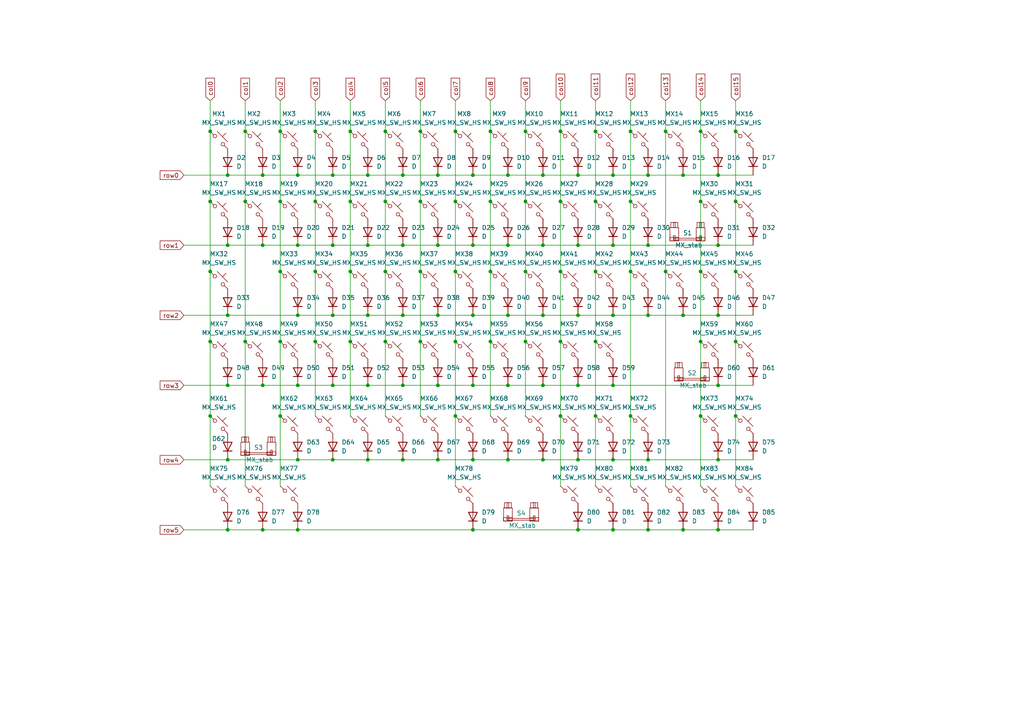
<source format=kicad_sch>
(kicad_sch (version 20250114) (generator "eeschema") (generator_version "9.0")
  (paper "A4")
  (junction (at 198.12 50.8))
  (junction (at 91.44 38.1))
  (junction (at 142.24 38.1))
  (junction (at 157.48 50.8))
  (junction (at 96.52 133.35))
  (junction (at 152.4 99.06))
  (junction (at 111.76 38.1))
  (junction (at 86.36 50.8))
  (junction (at 132.08 78.74))
  (junction (at 213.36 99.06))
  (junction (at 106.68 133.35))
  (junction (at 86.36 153.67))
  (junction (at 76.2 50.8))
  (junction (at 137.16 153.67))
  (junction (at 127 91.44))
  (junction (at 172.72 38.1))
  (junction (at 208.28 153.67))
  (junction (at 71.12 99.06))
  (junction (at 208.28 71.12))
  (junction (at 157.48 91.44))
  (junction (at 96.52 111.76))
  (junction (at 157.48 111.76))
  (junction (at 193.04 78.74))
  (junction (at 177.8 153.67))
  (junction (at 66.04 111.76))
  (junction (at 172.72 120.65))
  (junction (at 60.96 58.42))
  (junction (at 167.64 133.35))
  (junction (at 157.48 71.12))
  (junction (at 66.04 50.8))
  (junction (at 116.84 91.44))
  (junction (at 203.2 120.65))
  (junction (at 147.32 91.44))
  (junction (at 187.96 133.35))
  (junction (at 198.12 91.44))
  (junction (at 137.16 111.76))
  (junction (at 60.96 38.1))
  (junction (at 167.64 50.8))
  (junction (at 208.28 111.76))
  (junction (at 162.56 38.1))
  (junction (at 60.96 120.65))
  (junction (at 187.96 153.67))
  (junction (at 91.44 58.42))
  (junction (at 137.16 50.8))
  (junction (at 208.28 133.35))
  (junction (at 182.88 120.65))
  (junction (at 177.8 71.12))
  (junction (at 132.08 120.65))
  (junction (at 101.6 58.42))
  (junction (at 121.92 58.42))
  (junction (at 177.8 91.44))
  (junction (at 213.36 38.1))
  (junction (at 111.76 78.74))
  (junction (at 116.84 111.76))
  (junction (at 147.32 133.35))
  (junction (at 152.4 38.1))
  (junction (at 132.08 58.42))
  (junction (at 96.52 50.8))
  (junction (at 106.68 50.8))
  (junction (at 167.64 111.76))
  (junction (at 162.56 58.42))
  (junction (at 121.92 99.06))
  (junction (at 121.92 38.1))
  (junction (at 116.84 133.35))
  (junction (at 116.84 50.8))
  (junction (at 132.08 38.1))
  (junction (at 96.52 71.12))
  (junction (at 182.88 78.74))
  (junction (at 71.12 38.1))
  (junction (at 96.52 91.44))
  (junction (at 198.12 153.67))
  (junction (at 167.64 91.44))
  (junction (at 71.12 58.42))
  (junction (at 116.84 71.12))
  (junction (at 81.28 99.06))
  (junction (at 172.72 99.06))
  (junction (at 81.28 78.74))
  (junction (at 76.2 153.67))
  (junction (at 203.2 58.42))
  (junction (at 91.44 99.06))
  (junction (at 177.8 133.35))
  (junction (at 203.2 78.74))
  (junction (at 127 50.8))
  (junction (at 147.32 111.76))
  (junction (at 182.88 38.1))
  (junction (at 187.96 50.8))
  (junction (at 157.48 133.35))
  (junction (at 167.64 71.12))
  (junction (at 81.28 58.42))
  (junction (at 60.96 78.74))
  (junction (at 81.28 38.1))
  (junction (at 127 71.12))
  (junction (at 142.24 58.42))
  (junction (at 177.8 50.8))
  (junction (at 213.36 78.74))
  (junction (at 91.44 78.74))
  (junction (at 76.2 71.12))
  (junction (at 142.24 99.06))
  (junction (at 152.4 78.74))
  (junction (at 147.32 50.8))
  (junction (at 81.28 120.65))
  (junction (at 106.68 91.44))
  (junction (at 187.96 71.12))
  (junction (at 172.72 58.42))
  (junction (at 111.76 99.06))
  (junction (at 127 133.35))
  (junction (at 147.32 71.12))
  (junction (at 152.4 58.42))
  (junction (at 111.76 58.42))
  (junction (at 86.36 71.12))
  (junction (at 106.68 111.76))
  (junction (at 203.2 99.06))
  (junction (at 66.04 153.67))
  (junction (at 193.04 38.1))
  (junction (at 86.36 133.35))
  (junction (at 132.08 99.06))
  (junction (at 213.36 58.42))
  (junction (at 208.28 91.44))
  (junction (at 137.16 133.35))
  (junction (at 162.56 99.06))
  (junction (at 162.56 78.74))
  (junction (at 101.6 78.74))
  (junction (at 106.68 71.12))
  (junction (at 127 111.76))
  (junction (at 76.2 111.76))
  (junction (at 182.88 58.42))
  (junction (at 60.96 99.06))
  (junction (at 187.96 91.44))
  (junction (at 203.2 38.1))
  (junction (at 66.04 91.44))
  (junction (at 101.6 99.06))
  (junction (at 162.56 120.65))
  (junction (at 66.04 133.35))
  (junction (at 213.36 120.65))
  (junction (at 66.04 71.12))
  (junction (at 142.24 78.74))
  (junction (at 177.8 111.76))
  (junction (at 208.28 50.8))
  (junction (at 86.36 91.44))
  (junction (at 86.36 111.76))
  (junction (at 172.72 78.74))
  (junction (at 167.64 153.67))
  (junction (at 121.92 78.74))
  (junction (at 137.16 91.44))
  (junction (at 101.6 38.1))
  (junction (at 137.16 71.12))
  (wire (pts (xy 213.36 78.74) (xy 213.36 99.06)))
  (wire (pts (xy 71.12 99.06) (xy 71.12 140.97)))
  (wire (pts (xy 182.88 29.21) (xy 182.88 38.1)))
  (wire (pts (xy 91.44 29.21) (xy 91.44 38.1)))
  (wire (pts (xy 203.2 120.65) (xy 203.2 140.97)))
  (wire (pts (xy 111.76 29.21) (xy 111.76 38.1)))
  (wire (pts (xy 53.34 111.76) (xy 66.04 111.76)))
  (wire (pts (xy 208.28 71.12) (xy 218.44 71.12)))
  (wire (pts (xy 132.08 58.42) (xy 132.08 78.74)))
  (wire (pts (xy 208.28 153.67) (xy 198.12 153.67)))
  (wire (pts (xy 106.68 71.12) (xy 116.84 71.12)))
  (wire (pts (xy 152.4 38.1) (xy 152.4 58.42)))
  (wire (pts (xy 127 111.76) (xy 137.16 111.76)))
  (wire (pts (xy 177.8 71.12) (xy 187.96 71.12)))
  (wire (pts (xy 81.28 120.65) (xy 81.28 140.97)))
  (wire (pts (xy 96.52 133.35) (xy 106.68 133.35)))
  (wire (pts (xy 101.6 29.21) (xy 101.6 38.1)))
  (wire (pts (xy 137.16 133.35) (xy 147.32 133.35)))
  (wire (pts (xy 71.12 58.42) (xy 71.12 99.06)))
  (wire (pts (xy 106.68 111.76) (xy 116.84 111.76)))
  (wire (pts (xy 101.6 99.06) (xy 101.6 120.65)))
  (wire (pts (xy 132.08 29.21) (xy 132.08 38.1)))
  (wire (pts (xy 208.28 111.76) (xy 218.44 111.76)))
  (wire (pts (xy 96.52 91.44) (xy 106.68 91.44)))
  (wire (pts (xy 127 50.8) (xy 137.16 50.8)))
  (wire (pts (xy 198.12 153.67) (xy 187.96 153.67)))
  (wire (pts (xy 132.08 38.1) (xy 132.08 58.42)))
  (wire (pts (xy 193.04 78.74) (xy 193.04 140.97)))
  (wire (pts (xy 127 71.12) (xy 137.16 71.12)))
  (wire (pts (xy 152.4 58.42) (xy 152.4 78.74)))
  (wire (pts (xy 81.28 99.06) (xy 81.28 120.65)))
  (wire (pts (xy 218.44 153.67) (xy 208.28 153.67)))
  (wire (pts (xy 142.24 78.74) (xy 142.24 99.06)))
  (wire (pts (xy 86.36 111.76) (xy 96.52 111.76)))
  (wire (pts (xy 167.64 50.8) (xy 177.8 50.8)))
  (wire (pts (xy 121.92 58.42) (xy 121.92 78.74)))
  (wire (pts (xy 172.72 38.1) (xy 172.72 58.42)))
  (wire (pts (xy 66.04 91.44) (xy 86.36 91.44)))
  (wire (pts (xy 177.8 133.35) (xy 187.96 133.35)))
  (wire (pts (xy 198.12 91.44) (xy 208.28 91.44)))
  (wire (pts (xy 111.76 38.1) (xy 111.76 58.42)))
  (wire (pts (xy 53.34 91.44) (xy 66.04 91.44)))
  (wire (pts (xy 157.48 71.12) (xy 167.64 71.12)))
  (wire (pts (xy 71.12 29.21) (xy 71.12 38.1)))
  (wire (pts (xy 96.52 50.8) (xy 106.68 50.8)))
  (wire (pts (xy 60.96 120.65) (xy 60.96 140.97)))
  (wire (pts (xy 167.64 133.35) (xy 177.8 133.35)))
  (wire (pts (xy 203.2 58.42) (xy 203.2 78.74)))
  (wire (pts (xy 101.6 78.74) (xy 101.6 99.06)))
  (wire (pts (xy 121.92 38.1) (xy 121.92 58.42)))
  (wire (pts (xy 213.36 99.06) (xy 213.36 120.65)))
  (wire (pts (xy 127 133.35) (xy 137.16 133.35)))
  (wire (pts (xy 157.48 50.8) (xy 167.64 50.8)))
  (wire (pts (xy 91.44 78.74) (xy 91.44 99.06)))
  (wire (pts (xy 177.8 50.8) (xy 187.96 50.8)))
  (wire (pts (xy 187.96 50.8) (xy 198.12 50.8)))
  (wire (pts (xy 172.72 58.42) (xy 172.72 78.74)))
  (wire (pts (xy 213.36 29.21) (xy 213.36 38.1)))
  (wire (pts (xy 101.6 58.42) (xy 101.6 78.74)))
  (wire (pts (xy 86.36 133.35) (xy 96.52 133.35)))
  (wire (pts (xy 203.2 29.21) (xy 203.2 38.1)))
  (wire (pts (xy 121.92 78.74) (xy 121.92 99.06)))
  (wire (pts (xy 172.72 29.21) (xy 172.72 38.1)))
  (wire (pts (xy 60.96 58.42) (xy 60.96 78.74)))
  (wire (pts (xy 132.08 120.65) (xy 132.08 140.97)))
  (wire (pts (xy 172.72 78.74) (xy 172.72 99.06)))
  (wire (pts (xy 111.76 58.42) (xy 111.76 78.74)))
  (wire (pts (xy 203.2 78.74) (xy 203.2 99.06)))
  (wire (pts (xy 203.2 38.1) (xy 203.2 58.42)))
  (wire (pts (xy 137.16 111.76) (xy 147.32 111.76)))
  (wire (pts (xy 81.28 58.42) (xy 81.28 78.74)))
  (wire (pts (xy 157.48 133.35) (xy 167.64 133.35)))
  (wire (pts (xy 208.28 50.8) (xy 218.44 50.8)))
  (wire (pts (xy 172.72 99.06) (xy 172.72 120.65)))
  (wire (pts (xy 142.24 29.21) (xy 142.24 38.1)))
  (wire (pts (xy 86.36 153.67) (xy 137.16 153.67)))
  (wire (pts (xy 60.96 29.21) (xy 60.96 38.1)))
  (wire (pts (xy 116.84 111.76) (xy 127 111.76)))
  (wire (pts (xy 142.24 58.42) (xy 142.24 78.74)))
  (wire (pts (xy 76.2 153.67) (xy 66.04 153.67)))
  (wire (pts (xy 132.08 78.74) (xy 132.08 99.06)))
  (wire (pts (xy 167.64 91.44) (xy 177.8 91.44)))
  (wire (pts (xy 213.36 38.1) (xy 213.36 58.42)))
  (wire (pts (xy 96.52 111.76) (xy 106.68 111.76)))
  (wire (pts (xy 172.72 120.65) (xy 172.72 140.97)))
  (wire (pts (xy 116.84 50.8) (xy 127 50.8)))
  (wire (pts (xy 106.68 133.35) (xy 116.84 133.35)))
  (wire (pts (xy 76.2 71.12) (xy 86.36 71.12)))
  (wire (pts (xy 91.44 58.42) (xy 91.44 78.74)))
  (wire (pts (xy 167.64 71.12) (xy 177.8 71.12)))
  (wire (pts (xy 137.16 50.8) (xy 147.32 50.8)))
  (wire (pts (xy 106.68 50.8) (xy 116.84 50.8)))
  (wire (pts (xy 157.48 111.76) (xy 167.64 111.76)))
  (wire (pts (xy 193.04 38.1) (xy 193.04 78.74)))
  (wire (pts (xy 116.84 133.35) (xy 127 133.35)))
  (wire (pts (xy 162.56 78.74) (xy 162.56 99.06)))
  (wire (pts (xy 66.04 133.35) (xy 86.36 133.35)))
  (wire (pts (xy 66.04 50.8) (xy 76.2 50.8)))
  (wire (pts (xy 142.24 99.06) (xy 142.24 120.65)))
  (wire (pts (xy 208.28 133.35) (xy 218.44 133.35)))
  (wire (pts (xy 147.32 50.8) (xy 157.48 50.8)))
  (wire (pts (xy 152.4 78.74) (xy 152.4 99.06)))
  (wire (pts (xy 142.24 38.1) (xy 142.24 58.42)))
  (wire (pts (xy 86.36 50.8) (xy 96.52 50.8)))
  (wire (pts (xy 60.96 78.74) (xy 60.96 99.06)))
  (wire (pts (xy 76.2 50.8) (xy 86.36 50.8)))
  (wire (pts (xy 187.96 133.35) (xy 208.28 133.35)))
  (wire (pts (xy 147.32 111.76) (xy 157.48 111.76)))
  (wire (pts (xy 137.16 71.12) (xy 147.32 71.12)))
  (wire (pts (xy 76.2 111.76) (xy 86.36 111.76)))
  (wire (pts (xy 147.32 91.44) (xy 157.48 91.44)))
  (wire (pts (xy 81.28 29.21) (xy 81.28 38.1)))
  (wire (pts (xy 96.52 71.12) (xy 106.68 71.12)))
  (wire (pts (xy 193.04 29.21) (xy 193.04 38.1)))
  (wire (pts (xy 137.16 91.44) (xy 147.32 91.44)))
  (wire (pts (xy 157.48 91.44) (xy 167.64 91.44)))
  (wire (pts (xy 116.84 91.44) (xy 127 91.44)))
  (wire (pts (xy 81.28 38.1) (xy 81.28 58.42)))
  (wire (pts (xy 198.12 50.8) (xy 208.28 50.8)))
  (wire (pts (xy 86.36 91.44) (xy 96.52 91.44)))
  (wire (pts (xy 162.56 38.1) (xy 162.56 58.42)))
  (wire (pts (xy 111.76 99.06) (xy 111.76 120.65)))
  (wire (pts (xy 203.2 99.06) (xy 203.2 120.65)))
  (wire (pts (xy 147.32 71.12) (xy 157.48 71.12)))
  (wire (pts (xy 116.84 71.12) (xy 127 71.12)))
  (wire (pts (xy 177.8 91.44) (xy 187.96 91.44)))
  (wire (pts (xy 213.36 58.42) (xy 213.36 78.74)))
  (wire (pts (xy 208.28 91.44) (xy 218.44 91.44)))
  (wire (pts (xy 187.96 91.44) (xy 198.12 91.44)))
  (wire (pts (xy 60.96 99.06) (xy 60.96 120.65)))
  (wire (pts (xy 66.04 111.76) (xy 76.2 111.76)))
  (wire (pts (xy 152.4 29.21) (xy 152.4 38.1)))
  (wire (pts (xy 167.64 153.67) (xy 177.8 153.67)))
  (wire (pts (xy 167.64 111.76) (xy 177.8 111.76)))
  (wire (pts (xy 162.56 58.42) (xy 162.56 78.74)))
  (wire (pts (xy 101.6 38.1) (xy 101.6 58.42)))
  (wire (pts (xy 53.34 71.12) (xy 66.04 71.12)))
  (wire (pts (xy 86.36 153.67) (xy 76.2 153.67)))
  (wire (pts (xy 182.88 58.42) (xy 182.88 78.74)))
  (wire (pts (xy 152.4 99.06) (xy 152.4 120.65)))
  (wire (pts (xy 106.68 91.44) (xy 116.84 91.44)))
  (wire (pts (xy 121.92 29.21) (xy 121.92 38.1)))
  (wire (pts (xy 66.04 153.67) (xy 53.34 153.67)))
  (wire (pts (xy 66.04 71.12) (xy 76.2 71.12)))
  (wire (pts (xy 187.96 71.12) (xy 208.28 71.12)))
  (wire (pts (xy 127 91.44) (xy 137.16 91.44)))
  (wire (pts (xy 137.16 153.67) (xy 167.64 153.67)))
  (wire (pts (xy 182.88 38.1) (xy 182.88 58.42)))
  (wire (pts (xy 91.44 99.06) (xy 91.44 120.65)))
  (wire (pts (xy 111.76 78.74) (xy 111.76 99.06)))
  (wire (pts (xy 86.36 71.12) (xy 96.52 71.12)))
  (wire (pts (xy 147.32 133.35) (xy 157.48 133.35)))
  (wire (pts (xy 53.34 133.35) (xy 66.04 133.35)))
  (wire (pts (xy 177.8 111.76) (xy 208.28 111.76)))
  (wire (pts (xy 162.56 120.65) (xy 162.56 140.97)))
  (wire (pts (xy 187.96 153.67) (xy 177.8 153.67)))
  (wire (pts (xy 53.34 50.8) (xy 66.04 50.8)))
  (wire (pts (xy 91.44 38.1) (xy 91.44 58.42)))
  (wire (pts (xy 71.12 38.1) (xy 71.12 58.42)))
  (wire (pts (xy 182.88 120.65) (xy 182.88 140.97)))
  (wire (pts (xy 132.08 99.06) (xy 132.08 120.65)))
  (wire (pts (xy 60.96 38.1) (xy 60.96 58.42)))
  (wire (pts (xy 81.28 78.74) (xy 81.28 99.06)))
  (wire (pts (xy 182.88 78.74) (xy 182.88 120.65)))
  (wire (pts (xy 213.36 120.65) (xy 213.36 140.97)))
  (wire (pts (xy 162.56 29.21) (xy 162.56 38.1)))
  (wire (pts (xy 121.92 99.06) (xy 121.92 120.65)))
  (wire (pts (xy 162.56 99.06) (xy 162.56 120.65)))
  (global_label "col1" (shape input) (at 71.12 29.21 90) (property "Intersheetrefs" "${INTERSHEET_REFS}" (effects (hide yes))))
  (global_label "col7" (shape input) (at 132.08 29.21 90) (property "Intersheetrefs" "${INTERSHEET_REFS}" (effects (hide yes))))
  (global_label "row1" (shape input) (at 53.34 71.12 180) (property "Intersheetrefs" "${INTERSHEET_REFS}" (effects (hide yes))))
  (global_label "col6" (shape input) (at 121.92 29.21 90) (property "Intersheetrefs" "${INTERSHEET_REFS}" (effects (hide yes))))
  (global_label "col14" (shape input) (at 203.2 29.21 90) (property "Intersheetrefs" "${INTERSHEET_REFS}" (effects (hide yes))))
  (global_label "col3" (shape input) (at 91.44 29.21 90) (property "Intersheetrefs" "${INTERSHEET_REFS}" (effects (hide yes))))
  (global_label "col5" (shape input) (at 111.76 29.21 90) (property "Intersheetrefs" "${INTERSHEET_REFS}" (effects (hide yes))))
  (global_label "col11" (shape input) (at 172.72 29.21 90) (property "Intersheetrefs" "${INTERSHEET_REFS}" (effects (hide yes))))
  (global_label "row4" (shape input) (at 53.34 133.35 180) (property "Intersheetrefs" "${INTERSHEET_REFS}" (effects (hide yes))))
  (global_label "row0" (shape input) (at 53.34 50.8 180) (property "Intersheetrefs" "${INTERSHEET_REFS}" (effects (hide yes))))
  (global_label "col12" (shape input) (at 182.88 29.21 90) (property "Intersheetrefs" "${INTERSHEET_REFS}" (effects (hide yes))))
  (global_label "col9" (shape input) (at 152.4 29.21 90) (property "Intersheetrefs" "${INTERSHEET_REFS}" (effects (hide yes))))
  (global_label "row5" (shape input) (at 53.34 153.67 180) (property "Intersheetrefs" "${INTERSHEET_REFS}" (effects (hide yes))))
  (global_label "col8" (shape input) (at 142.24 29.21 90) (property "Intersheetrefs" "${INTERSHEET_REFS}" (effects (hide yes))))
  (global_label "col4" (shape input) (at 101.6 29.21 90) (property "Intersheetrefs" "${INTERSHEET_REFS}" (effects (hide yes))))
  (global_label "col0" (shape input) (at 60.96 29.21 90) (property "Intersheetrefs" "${INTERSHEET_REFS}" (effects (hide yes))))
  (global_label "row3" (shape input) (at 53.34 111.76 180) (property "Intersheetrefs" "${INTERSHEET_REFS}" (effects (hide yes))))
  (global_label "col13" (shape input) (at 193.04 29.21 90) (property "Intersheetrefs" "${INTERSHEET_REFS}" (effects (hide yes))))
  (global_label "col10" (shape input) (at 162.56 29.21 90) (property "Intersheetrefs" "${INTERSHEET_REFS}" (effects (hide yes))))
  (global_label "row2" (shape input) (at 53.34 91.44 180) (property "Intersheetrefs" "${INTERSHEET_REFS}" (effects (hide yes))))
  (global_label "col2" (shape input) (at 81.28 29.21 90) (property "Intersheetrefs" "${INTERSHEET_REFS}" (effects (hide yes))))
  (global_label "col15" (shape input) (at 213.36 29.21 90) (property "Intersheetrefs" "${INTERSHEET_REFS}" (effects (hide yes))))
  (symbol (lib_id "Device:D") (at 208.28 149.86 90) (unit 1)
    (property "Reference" "D84" (at 210.82 148.5899 90) (effects (justify right)))
    (property "Value" "D" (at 210.82 151.1299 90) (effects (justify right)))
    (property "Description" "Diode" (effects (hide yes)))
    (property "Sim.Device" "D" (effects (hide yes)))
    (property "Sim.Pins" "1=K 2=A" (effects (hide yes)))
  )
  (symbol (lib_id "Device:D") (at 86.36 87.63 90) (unit 1)
    (property "Reference" "D34" (at 88.9 86.3599 90) (effects (justify right)))
    (property "Value" "D" (at 88.9 88.8999 90) (effects (justify right)))
    (property "Description" "Diode" (effects (hide yes)))
    (property "Sim.Device" "D" (effects (hide yes)))
    (property "Sim.Pins" "1=K 2=A" (effects (hide yes)))
  )
  (symbol (lib_id "Device:D") (at 96.52 46.99 90) (unit 1)
    (property "Reference" "D5" (at 99.06 45.7199 90) (effects (justify right)))
    (property "Value" "D" (at 99.06 48.2599 90) (effects (justify right)))
    (property "Description" "Diode" (effects (hide yes)))
    (property "Sim.Device" "D" (effects (hide yes)))
    (property "Sim.Pins" "1=K 2=A" (effects (hide yes)))
  )
  (symbol (lib_id "Device:D") (at 76.2 67.31 90) (unit 1)
    (property "Reference" "D19" (at 78.74 66.0399 90) (effects (justify right)))
    (property "Value" "D" (at 78.74 68.5799 90) (effects (justify right)))
    (property "Description" "Diode" (effects (hide yes)))
    (property "Sim.Device" "D" (effects (hide yes)))
    (property "Sim.Pins" "1=K 2=A" (effects (hide yes)))
  )
  (symbol (lib_id "Device:D") (at 86.36 46.99 90) (unit 1)
    (property "Reference" "D4" (at 88.9 45.7199 90) (effects (justify right)))
    (property "Value" "D" (at 88.9 48.2599 90) (effects (justify right)))
    (property "Description" "Diode" (effects (hide yes)))
    (property "Sim.Device" "D" (effects (hide yes)))
    (property "Sim.Pins" "1=K 2=A" (effects (hide yes)))
  )
  (symbol (lib_id "Device:D") (at 218.44 129.54 90) (unit 1)
    (property "Reference" "D75" (at 220.98 128.2699 90) (effects (justify right)))
    (property "Value" "D" (at 220.98 130.8099 90) (effects (justify right)))
    (property "Description" "Diode" (effects (hide yes)))
    (property "Sim.Device" "D" (effects (hide yes)))
    (property "Sim.Pins" "1=K 2=A" (effects (hide yes)))
  )
  (symbol (lib_id "PCM_marbastlib-mx:MX_SW_HS_CPG151101S11") (at 185.42 123.19 0) (unit 1)
    (property "Reference" "MX72" (at 185.42 115.57 0))
    (property "Value" "MX_SW_HS" (at 185.42 118.11 0))
    (property "Footprint" "PCM_marbastlib-mx:SW_MX_HS_CPG151101S11_1u" (effects (hide yes)))
    (property "Description" "Push button switch, normally open, two pins, 45° tilted, Kailh CPG151101S11 for Cherry MX style switches" (effects (hide yes)))
  )
  (symbol (lib_id "Device:D") (at 218.44 149.86 90) (unit 1)
    (property "Reference" "D85" (at 220.98 148.5899 90) (effects (justify right)))
    (property "Value" "D" (at 220.98 151.1299 90) (effects (justify right)))
    (property "Description" "Diode" (effects (hide yes)))
    (property "Sim.Device" "D" (effects (hide yes)))
    (property "Sim.Pins" "1=K 2=A" (effects (hide yes)))
  )
  (symbol (lib_id "PCM_marbastlib-mx:MX_SW_HS_CPG151101S11") (at 144.78 81.28 0) (unit 1)
    (property "Reference" "MX39" (at 144.78 73.66 0))
    (property "Value" "MX_SW_HS" (at 144.78 76.2 0))
    (property "Footprint" "PCM_marbastlib-mx:SW_MX_HS_CPG151101S11_1u" (effects (hide yes)))
    (property "Description" "Push button switch, normally open, two pins, 45° tilted, Kailh CPG151101S11 for Cherry MX style switches" (effects (hide yes)))
  )
  (symbol (lib_id "PCM_marbastlib-mx:MX_SW_HS_CPG151101S11") (at 124.46 60.96 0) (unit 1)
    (property "Reference" "MX23" (at 124.46 53.34 0))
    (property "Value" "MX_SW_HS" (at 124.46 55.88 0))
    (property "Footprint" "PCM_marbastlib-mx:SW_MX_HS_CPG151101S11_1u" (effects (hide yes)))
    (property "Description" "Push button switch, normally open, two pins, 45° tilted, Kailh CPG151101S11 for Cherry MX style switches" (effects (hide yes)))
  )
  (symbol (lib_id "Device:D") (at 187.96 87.63 90) (unit 1)
    (property "Reference" "D44" (at 190.5 86.3599 90) (effects (justify right)))
    (property "Value" "D" (at 190.5 88.8999 90) (effects (justify right)))
    (property "Description" "Diode" (effects (hide yes)))
    (property "Sim.Device" "D" (effects (hide yes)))
    (property "Sim.Pins" "1=K 2=A" (effects (hide yes)))
  )
  (symbol (lib_id "PCM_marbastlib-mx:MX_SW_HS_CPG151101S11") (at 165.1 123.19 0) (unit 1)
    (property "Reference" "MX70" (at 165.1 115.57 0))
    (property "Value" "MX_SW_HS" (at 165.1 118.11 0))
    (property "Footprint" "PCM_marbastlib-mx:SW_MX_HS_CPG151101S11_1u" (effects (hide yes)))
    (property "Description" "Push button switch, normally open, two pins, 45° tilted, Kailh CPG151101S11 for Cherry MX style switches" (effects (hide yes)))
  )
  (symbol (lib_id "Device:D") (at 66.04 107.95 90) (unit 1)
    (property "Reference" "D48" (at 68.58 106.6799 90) (effects (justify right)))
    (property "Value" "D" (at 68.58 109.2199 90) (effects (justify right)))
    (property "Description" "Diode" (effects (hide yes)))
    (property "Sim.Device" "D" (effects (hide yes)))
    (property "Sim.Pins" "1=K 2=A" (effects (hide yes)))
  )
  (symbol (lib_id "Device:D") (at 167.64 129.54 90) (unit 1)
    (property "Reference" "D71" (at 170.18 128.2699 90) (effects (justify right)))
    (property "Value" "D" (at 170.18 130.8099 90) (effects (justify right)))
    (property "Description" "Diode" (effects (hide yes)))
    (property "Sim.Device" "D" (effects (hide yes)))
    (property "Sim.Pins" "1=K 2=A" (effects (hide yes)))
  )
  (symbol (lib_id "PCM_marbastlib-mx:MX_SW_HS_CPG151101S11") (at 83.82 60.96 0) (unit 1)
    (property "Reference" "MX19" (at 83.82 53.34 0))
    (property "Value" "MX_SW_HS" (at 83.82 55.88 0))
    (property "Footprint" "PCM_marbastlib-mx:SW_MX_HS_CPG151101S11_1u" (effects (hide yes)))
    (property "Description" "Push button switch, normally open, two pins, 45° tilted, Kailh CPG151101S11 for Cherry MX style switches" (effects (hide yes)))
  )
  (symbol (lib_id "Device:D") (at 86.36 149.86 90) (unit 1)
    (property "Reference" "D78" (at 88.9 148.5899 90) (effects (justify right)))
    (property "Value" "D" (at 88.9 151.1299 90) (effects (justify right)))
    (property "Description" "Diode" (effects (hide yes)))
    (property "Sim.Device" "D" (effects (hide yes)))
    (property "Sim.Pins" "1=K 2=A" (effects (hide yes)))
  )
  (symbol (lib_id "Device:D") (at 76.2 46.99 90) (unit 1)
    (property "Reference" "D3" (at 78.74 45.7199 90) (effects (justify right)))
    (property "Value" "D" (at 78.74 48.2599 90) (effects (justify right)))
    (property "Description" "Diode" (effects (hide yes)))
    (property "Sim.Device" "D" (effects (hide yes)))
    (property "Sim.Pins" "1=K 2=A" (effects (hide yes)))
  )
  (symbol (lib_id "Device:D") (at 147.32 67.31 90) (unit 1)
    (property "Reference" "D26" (at 149.86 66.0399 90) (effects (justify right)))
    (property "Value" "D" (at 149.86 68.5799 90) (effects (justify right)))
    (property "Description" "Diode" (effects (hide yes)))
    (property "Sim.Device" "D" (effects (hide yes)))
    (property "Sim.Pins" "1=K 2=A" (effects (hide yes)))
  )
  (symbol (lib_id "Device:D") (at 106.68 46.99 90) (unit 1)
    (property "Reference" "D6" (at 109.22 45.7199 90) (effects (justify right)))
    (property "Value" "D" (at 109.22 48.2599 90) (effects (justify right)))
    (property "Description" "Diode" (effects (hide yes)))
    (property "Sim.Device" "D" (effects (hide yes)))
    (property "Sim.Pins" "1=K 2=A" (effects (hide yes)))
  )
  (symbol (lib_id "Device:D") (at 198.12 87.63 90) (unit 1)
    (property "Reference" "D45" (at 200.66 86.3599 90) (effects (justify right)))
    (property "Value" "D" (at 200.66 88.8999 90) (effects (justify right)))
    (property "Description" "Diode" (effects (hide yes)))
    (property "Sim.Device" "D" (effects (hide yes)))
    (property "Sim.Pins" "1=K 2=A" (effects (hide yes)))
  )
  (symbol (lib_id "Device:D") (at 157.48 129.54 90) (unit 1)
    (property "Reference" "D70" (at 160.02 128.2699 90) (effects (justify right)))
    (property "Value" "D" (at 160.02 130.8099 90) (effects (justify right)))
    (property "Description" "Diode" (effects (hide yes)))
    (property "Sim.Device" "D" (effects (hide yes)))
    (property "Sim.Pins" "1=K 2=A" (effects (hide yes)))
  )
  (symbol (lib_id "PCM_marbastlib-mx:MX_SW_HS_CPG151101S11") (at 93.98 81.28 0) (unit 1)
    (property "Reference" "MX34" (at 93.98 73.66 0))
    (property "Value" "MX_SW_HS" (at 93.98 76.2 0))
    (property "Footprint" "PCM_marbastlib-mx:SW_MX_HS_CPG151101S11_1u" (effects (hide yes)))
    (property "Description" "Push button switch, normally open, two pins, 45° tilted, Kailh CPG151101S11 for Cherry MX style switches" (effects (hide yes)))
  )
  (symbol (lib_id "PCM_marbastlib-mx:MX_SW_HS_CPG151101S11") (at 205.74 123.19 0) (unit 1)
    (property "Reference" "MX73" (at 205.74 115.57 0))
    (property "Value" "MX_SW_HS" (at 205.74 118.11 0))
    (property "Footprint" "PCM_marbastlib-mx:SW_MX_HS_CPG151101S11_1u" (effects (hide yes)))
    (property "Description" "Push button switch, normally open, two pins, 45° tilted, Kailh CPG151101S11 for Cherry MX style switches" (effects (hide yes)))
  )
  (symbol (lib_id "Device:D") (at 106.68 87.63 90) (unit 1)
    (property "Reference" "D36" (at 109.22 86.3599 90) (effects (justify right)))
    (property "Value" "D" (at 109.22 88.8999 90) (effects (justify right)))
    (property "Description" "Diode" (effects (hide yes)))
    (property "Sim.Device" "D" (effects (hide yes)))
    (property "Sim.Pins" "1=K 2=A" (effects (hide yes)))
  )
  (symbol (lib_id "PCM_marbastlib-mx:MX_SW_HS_CPG151101S11") (at 124.46 123.19 0) (unit 1)
    (property "Reference" "MX66" (at 124.46 115.57 0))
    (property "Value" "MX_SW_HS" (at 124.46 118.11 0))
    (property "Footprint" "PCM_marbastlib-mx:SW_MX_HS_CPG151101S11_1u" (effects (hide yes)))
    (property "Description" "Push button switch, normally open, two pins, 45° tilted, Kailh CPG151101S11 for Cherry MX style switches" (effects (hide yes)))
  )
  (symbol (lib_id "PCM_marbastlib-mx:MX_SW_HS_CPG151101S11") (at 205.74 143.51 0) (unit 1)
    (property "Reference" "MX83" (at 205.74 135.89 0))
    (property "Value" "MX_SW_HS" (at 205.74 138.43 0))
    (property "Footprint" "PCM_marbastlib-mx:SW_MX_HS_CPG151101S11_1u" (effects (hide yes)))
    (property "Description" "Push button switch, normally open, two pins, 45° tilted, Kailh CPG151101S11 for Cherry MX style switches" (effects (hide yes)))
  )
  (symbol (lib_id "PCM_marbastlib-mx:MX_SW_HS_CPG151101S11") (at 73.66 143.51 0) (unit 1)
    (property "Reference" "MX76" (at 73.66 135.89 0))
    (property "Value" "MX_SW_HS" (at 73.66 138.43 0))
    (property "Footprint" "PCM_marbastlib-mx:SW_MX_HS_CPG151101S11_1u" (effects (hide yes)))
    (property "Description" "Push button switch, normally open, two pins, 45° tilted, Kailh CPG151101S11 for Cherry MX style switches" (effects (hide yes)))
  )
  (symbol (lib_id "PCM_marbastlib-mx:MX_SW_HS_CPG151101S11") (at 83.82 81.28 0) (unit 1)
    (property "Reference" "MX33" (at 83.82 73.66 0))
    (property "Value" "MX_SW_HS" (at 83.82 76.2 0))
    (property "Footprint" "PCM_marbastlib-mx:SW_MX_HS_CPG151101S11_1u" (effects (hide yes)))
    (property "Description" "Push button switch, normally open, two pins, 45° tilted, Kailh CPG151101S11 for Cherry MX style switches" (effects (hide yes)))
  )
  (symbol (lib_id "Device:D") (at 106.68 107.95 90) (unit 1)
    (property "Reference" "D52" (at 109.22 106.6799 90) (effects (justify right)))
    (property "Value" "D" (at 109.22 109.2199 90) (effects (justify right)))
    (property "Description" "Diode" (effects (hide yes)))
    (property "Sim.Device" "D" (effects (hide yes)))
    (property "Sim.Pins" "1=K 2=A" (effects (hide yes)))
  )
  (symbol (lib_id "PCM_marbastlib-mx:MX_SW_HS_CPG151101S11") (at 195.58 143.51 0) (unit 1)
    (property "Reference" "MX82" (at 195.58 135.89 0))
    (property "Value" "MX_SW_HS" (at 195.58 138.43 0))
    (property "Footprint" "PCM_marbastlib-mx:SW_MX_HS_CPG151101S11_1u" (effects (hide yes)))
    (property "Description" "Push button switch, normally open, two pins, 45° tilted, Kailh CPG151101S11 for Cherry MX style switches" (effects (hide yes)))
  )
  (symbol (lib_id "Device:D") (at 147.32 107.95 90) (unit 1)
    (property "Reference" "D56" (at 149.86 106.6799 90) (effects (justify right)))
    (property "Value" "D" (at 149.86 109.2199 90) (effects (justify right)))
    (property "Description" "Diode" (effects (hide yes)))
    (property "Sim.Device" "D" (effects (hide yes)))
    (property "Sim.Pins" "1=K 2=A" (effects (hide yes)))
  )
  (symbol (lib_id "PCM_marbastlib-mx:MX_SW_HS_CPG151101S11") (at 154.94 81.28 0) (unit 1)
    (property "Reference" "MX40" (at 154.94 73.66 0))
    (property "Value" "MX_SW_HS" (at 154.94 76.2 0))
    (property "Footprint" "PCM_marbastlib-mx:SW_MX_HS_CPG151101S11_1u" (effects (hide yes)))
    (property "Description" "Push button switch, normally open, two pins, 45° tilted, Kailh CPG151101S11 for Cherry MX style switches" (effects (hide yes)))
  )
  (symbol (lib_id "Device:D") (at 187.96 129.54 90) (unit 1)
    (property "Reference" "D73" (at 190.5 128.2699 90) (effects (justify right)))
    (property "Value" "D" (at 190.5 130.8099 90) (effects (justify right)))
    (property "Description" "Diode" (effects (hide yes)))
    (property "Sim.Device" "D" (effects (hide yes)))
    (property "Sim.Pins" "1=K 2=A" (effects (hide yes)))
  )
  (symbol (lib_id "Device:D") (at 147.32 46.99 90) (unit 1)
    (property "Reference" "D10" (at 149.86 45.7199 90) (effects (justify right)))
    (property "Value" "D" (at 149.86 48.2599 90) (effects (justify right)))
    (property "Description" "Diode" (effects (hide yes)))
    (property "Sim.Device" "D" (effects (hide yes)))
    (property "Sim.Pins" "1=K 2=A" (effects (hide yes)))
  )
  (symbol (lib_id "PCM_marbastlib-mx:MX_SW_HS_CPG151101S11") (at 215.9 143.51 0) (unit 1)
    (property "Reference" "MX84" (at 215.9 135.89 0))
    (property "Value" "MX_SW_HS" (at 215.9 138.43 0))
    (property "Footprint" "PCM_marbastlib-mx:SW_MX_HS_CPG151101S11_1u" (effects (hide yes)))
    (property "Description" "Push button switch, normally open, two pins, 45° tilted, Kailh CPG151101S11 for Cherry MX style switches" (effects (hide yes)))
  )
  (symbol (lib_id "PCM_marbastlib-mx:MX_SW_HS_CPG151101S11") (at 104.14 60.96 0) (unit 1)
    (property "Reference" "MX21" (at 104.14 53.34 0))
    (property "Value" "MX_SW_HS" (at 104.14 55.88 0))
    (property "Footprint" "PCM_marbastlib-mx:SW_MX_HS_CPG151101S11_1u" (effects (hide yes)))
    (property "Description" "Push button switch, normally open, two pins, 45° tilted, Kailh CPG151101S11 for Cherry MX style switches" (effects (hide yes)))
  )
  (symbol (lib_id "PCM_marbastlib-mx:MX_SW_HS_CPG151101S11") (at 134.62 101.6 0) (unit 1)
    (property "Reference" "MX54" (at 134.62 93.98 0))
    (property "Value" "MX_SW_HS" (at 134.62 96.52 0))
    (property "Footprint" "PCM_marbastlib-mx:SW_MX_HS_CPG151101S11_1u" (effects (hide yes)))
    (property "Description" "Push button switch, normally open, two pins, 45° tilted, Kailh CPG151101S11 for Cherry MX style switches" (effects (hide yes)))
  )
  (symbol (lib_id "Device:D") (at 218.44 107.95 90) (unit 1)
    (property "Reference" "D61" (at 220.98 106.6799 90) (effects (justify right)))
    (property "Value" "D" (at 220.98 109.2199 90) (effects (justify right)))
    (property "Description" "Diode" (effects (hide yes)))
    (property "Sim.Device" "D" (effects (hide yes)))
    (property "Sim.Pins" "1=K 2=A" (effects (hide yes)))
  )
  (symbol (lib_id "Device:D") (at 66.04 67.31 90) (unit 1)
    (property "Reference" "D18" (at 68.58 66.0399 90) (effects (justify right)))
    (property "Value" "D" (at 68.58 68.5799 90) (effects (justify right)))
    (property "Description" "Diode" (effects (hide yes)))
    (property "Sim.Device" "D" (effects (hide yes)))
    (property "Sim.Pins" "1=K 2=A" (effects (hide yes)))
  )
  (symbol (lib_id "PCM_marbastlib-mx:MX_SW_HS_CPG151101S11") (at 124.46 81.28 0) (unit 1)
    (property "Reference" "MX37" (at 124.46 73.66 0))
    (property "Value" "MX_SW_HS" (at 124.46 76.2 0))
    (property "Footprint" "PCM_marbastlib-mx:SW_MX_HS_CPG151101S11_1u" (effects (hide yes)))
    (property "Description" "Push button switch, normally open, two pins, 45° tilted, Kailh CPG151101S11 for Cherry MX style switches" (effects (hide yes)))
  )
  (symbol (lib_id "Device:D") (at 147.32 87.63 90) (unit 1)
    (property "Reference" "D40" (at 149.86 86.3599 90) (effects (justify right)))
    (property "Value" "D" (at 149.86 88.8999 90) (effects (justify right)))
    (property "Description" "Diode" (effects (hide yes)))
    (property "Sim.Device" "D" (effects (hide yes)))
    (property "Sim.Pins" "1=K 2=A" (effects (hide yes)))
  )
  (symbol (lib_id "PCM_marbastlib-mx:MX_SW_HS_CPG151101S11") (at 124.46 40.64 0) (unit 1)
    (property "Reference" "MX7" (at 124.46 33.02 0))
    (property "Value" "MX_SW_HS" (at 124.46 35.56 0))
    (property "Footprint" "PCM_marbastlib-mx:SW_MX_HS_CPG151101S11_1u" (effects (hide yes)))
    (property "Description" "Push button switch, normally open, two pins, 45° tilted, Kailh CPG151101S11 for Cherry MX style switches" (effects (hide yes)))
  )
  (symbol (lib_id "PCM_marbastlib-mx:MX_SW_HS_CPG151101S11") (at 63.5 60.96 0) (unit 1)
    (property "Reference" "MX17" (at 63.5 53.34 0))
    (property "Value" "MX_SW_HS" (at 63.5 55.88 0))
    (property "Footprint" "PCM_marbastlib-mx:SW_MX_HS_CPG151101S11_1u" (effects (hide yes)))
    (property "Description" "Push button switch, normally open, two pins, 45° tilted, Kailh CPG151101S11 for Cherry MX style switches" (effects (hide yes)))
  )
  (symbol (lib_id "PCM_marbastlib-mx:MX_SW_HS_CPG151101S11") (at 175.26 101.6 0) (unit 1)
    (property "Reference" "MX58" (at 175.26 93.98 0))
    (property "Value" "MX_SW_HS" (at 175.26 96.52 0))
    (property "Footprint" "PCM_marbastlib-mx:SW_MX_HS_CPG151101S11_1u" (effects (hide yes)))
    (property "Description" "Push button switch, normally open, two pins, 45° tilted, Kailh CPG151101S11 for Cherry MX style switches" (effects (hide yes)))
  )
  (symbol (lib_id "Device:D") (at 96.52 87.63 90) (unit 1)
    (property "Reference" "D35" (at 99.06 86.3599 90) (effects (justify right)))
    (property "Value" "D" (at 99.06 88.8999 90) (effects (justify right)))
    (property "Description" "Diode" (effects (hide yes)))
    (property "Sim.Device" "D" (effects (hide yes)))
    (property "Sim.Pins" "1=K 2=A" (effects (hide yes)))
  )
  (symbol (lib_id "PCM_marbastlib-mx:MX_SW_HS_CPG151101S11") (at 83.82 123.19 0) (unit 1)
    (property "Reference" "MX62" (at 83.82 115.57 0))
    (property "Value" "MX_SW_HS" (at 83.82 118.11 0))
    (property "Footprint" "PCM_marbastlib-mx:SW_MX_HS_CPG151101S11_1u" (effects (hide yes)))
    (property "Description" "Push button switch, normally open, two pins, 45° tilted, Kailh CPG151101S11 for Cherry MX style switches" (effects (hide yes)))
  )
  (symbol (lib_id "Device:D") (at 208.28 129.54 90) (unit 1)
    (property "Reference" "D74" (at 210.82 128.2699 90) (effects (justify right)))
    (property "Value" "D" (at 210.82 130.8099 90) (effects (justify right)))
    (property "Description" "Diode" (effects (hide yes)))
    (property "Sim.Device" "D" (effects (hide yes)))
    (property "Sim.Pins" "1=K 2=A" (effects (hide yes)))
  )
  (symbol (lib_id "PCM_marbastlib-mx:MX_SW_HS_CPG151101S11") (at 144.78 101.6 0) (unit 1)
    (property "Reference" "MX55" (at 144.78 93.98 0))
    (property "Value" "MX_SW_HS" (at 144.78 96.52 0))
    (property "Footprint" "PCM_marbastlib-mx:SW_MX_HS_CPG151101S11_1u" (effects (hide yes)))
    (property "Description" "Push button switch, normally open, two pins, 45° tilted, Kailh CPG151101S11 for Cherry MX style switches" (effects (hide yes)))
  )
  (symbol (lib_id "Device:D") (at 116.84 129.54 90) (unit 1)
    (property "Reference" "D66" (at 119.38 128.2699 90) (effects (justify right)))
    (property "Value" "D" (at 119.38 130.8099 90) (effects (justify right)))
    (property "Description" "Diode" (effects (hide yes)))
    (property "Sim.Device" "D" (effects (hide yes)))
    (property "Sim.Pins" "1=K 2=A" (effects (hide yes)))
  )
  (symbol (lib_id "PCM_marbastlib-mx:MX_SW_HS_CPG151101S11") (at 63.5 40.64 0) (unit 1)
    (property "Reference" "MX1" (at 63.5 33.02 0))
    (property "Value" "MX_SW_HS" (at 63.5 35.56 0))
    (property "Footprint" "PCM_marbastlib-mx:SW_MX_HS_CPG151101S11_1u" (effects (hide yes)))
    (property "Description" "Push button switch, normally open, two pins, 45° tilted, Kailh CPG151101S11 for Cherry MX style switches" (effects (hide yes)))
  )
  (symbol (lib_id "PCM_marbastlib-mx:MX_SW_HS_CPG151101S11") (at 114.3 40.64 0) (unit 1)
    (property "Reference" "MX6" (at 114.3 33.02 0))
    (property "Value" "MX_SW_HS" (at 114.3 35.56 0))
    (property "Footprint" "PCM_marbastlib-mx:SW_MX_HS_CPG151101S11_1u" (effects (hide yes)))
    (property "Description" "Push button switch, normally open, two pins, 45° tilted, Kailh CPG151101S11 for Cherry MX style switches" (effects (hide yes)))
  )
  (symbol (lib_id "PCM_marbastlib-mx:MX_SW_HS_CPG151101S11") (at 205.74 81.28 0) (unit 1)
    (property "Reference" "MX45" (at 205.74 73.66 0))
    (property "Value" "MX_SW_HS" (at 205.74 76.2 0))
    (property "Footprint" "PCM_marbastlib-mx:SW_MX_HS_CPG151101S11_1u" (effects (hide yes)))
    (property "Description" "Push button switch, normally open, two pins, 45° tilted, Kailh CPG151101S11 for Cherry MX style switches" (effects (hide yes)))
  )
  (symbol (lib_id "Device:D") (at 208.28 67.31 90) (unit 1)
    (property "Reference" "D31" (at 210.82 66.0399 90) (effects (justify right)))
    (property "Value" "D" (at 210.82 68.5799 90) (effects (justify right)))
    (property "Description" "Diode" (effects (hide yes)))
    (property "Sim.Device" "D" (effects (hide yes)))
    (property "Sim.Pins" "1=K 2=A" (effects (hide yes)))
  )
  (symbol (lib_id "Device:D") (at 127 67.31 90) (unit 1)
    (property "Reference" "D24" (at 129.54 66.0399 90) (effects (justify right)))
    (property "Value" "D" (at 129.54 68.5799 90) (effects (justify right)))
    (property "Description" "Diode" (effects (hide yes)))
    (property "Sim.Device" "D" (effects (hide yes)))
    (property "Sim.Pins" "1=K 2=A" (effects (hide yes)))
  )
  (symbol (lib_id "Device:D") (at 66.04 87.63 90) (unit 1)
    (property "Reference" "D33" (at 68.58 86.3599 90) (effects (justify right)))
    (property "Value" "D" (at 68.58 88.8999 90) (effects (justify right)))
    (property "Description" "Diode" (effects (hide yes)))
    (property "Sim.Device" "D" (effects (hide yes)))
    (property "Sim.Pins" "1=K 2=A" (effects (hide yes)))
  )
  (symbol (lib_id "Device:D") (at 66.04 129.54 90) (unit 1)
    (property "Reference" "D62" (at 61.468 127.254 90) (effects (justify right)))
    (property "Value" "D" (at 61.468 129.794 90) (effects (justify right)))
    (property "Description" "Diode" (effects (hide yes)))
    (property "Sim.Device" "D" (effects (hide yes)))
    (property "Sim.Pins" "1=K 2=A" (effects (hide yes)))
  )
  (symbol (lib_id "PCM_marbastlib-mx:MX_SW_HS_CPG151101S11") (at 175.26 143.51 0) (unit 1)
    (property "Reference" "MX80" (at 175.26 135.89 0))
    (property "Value" "MX_SW_HS" (at 175.26 138.43 0))
    (property "Footprint" "PCM_marbastlib-mx:SW_MX_HS_CPG151101S11_1u" (effects (hide yes)))
    (property "Description" "Push button switch, normally open, two pins, 45° tilted, Kailh CPG151101S11 for Cherry MX style switches" (effects (hide yes)))
  )
  (symbol (lib_id "Device:D") (at 167.64 67.31 90) (unit 1)
    (property "Reference" "D28" (at 170.18 66.0399 90) (effects (justify right)))
    (property "Value" "D" (at 170.18 68.5799 90) (effects (justify right)))
    (property "Description" "Diode" (effects (hide yes)))
    (property "Sim.Device" "D" (effects (hide yes)))
    (property "Sim.Pins" "1=K 2=A" (effects (hide yes)))
  )
  (symbol (lib_id "Device:D") (at 86.36 67.31 90) (unit 1)
    (property "Reference" "D20" (at 88.9 66.0399 90) (effects (justify right)))
    (property "Value" "D" (at 88.9 68.5799 90) (effects (justify right)))
    (property "Description" "Diode" (effects (hide yes)))
    (property "Sim.Device" "D" (effects (hide yes)))
    (property "Sim.Pins" "1=K 2=A" (effects (hide yes)))
  )
  (symbol (lib_id "PCM_marbastlib-mx:MX_SW_HS_CPG151101S11") (at 175.26 60.96 0) (unit 1)
    (property "Reference" "MX28" (at 175.26 53.34 0))
    (property "Value" "MX_SW_HS" (at 175.26 55.88 0))
    (property "Footprint" "PCM_marbastlib-mx:SW_MX_HS_CPG151101S11_1u" (effects (hide yes)))
    (property "Description" "Push button switch, normally open, two pins, 45° tilted, Kailh CPG151101S11 for Cherry MX style switches" (effects (hide yes)))
  )
  (symbol (lib_id "Device:D") (at 137.16 149.86 90) (unit 1)
    (property "Reference" "D79" (at 139.7 148.5899 90) (effects (justify right)))
    (property "Value" "D" (at 139.7 151.1299 90) (effects (justify right)))
    (property "Description" "Diode" (effects (hide yes)))
    (property "Sim.Device" "D" (effects (hide yes)))
    (property "Sim.Pins" "1=K 2=A" (effects (hide yes)))
  )
  (symbol (lib_id "Device:D") (at 198.12 149.86 90) (unit 1)
    (property "Reference" "D83" (at 200.66 148.5899 90) (effects (justify right)))
    (property "Value" "D" (at 200.66 151.1299 90) (effects (justify right)))
    (property "Description" "Diode" (effects (hide yes)))
    (property "Sim.Device" "D" (effects (hide yes)))
    (property "Sim.Pins" "1=K 2=A" (effects (hide yes)))
  )
  (symbol (lib_id "Device:D") (at 167.64 107.95 90) (unit 1)
    (property "Reference" "D58" (at 170.18 106.6799 90) (effects (justify right)))
    (property "Value" "D" (at 170.18 109.2199 90) (effects (justify right)))
    (property "Description" "Diode" (effects (hide yes)))
    (property "Sim.Device" "D" (effects (hide yes)))
    (property "Sim.Pins" "1=K 2=A" (effects (hide yes)))
  )
  (symbol (lib_id "Device:D") (at 137.16 129.54 90) (unit 1)
    (property "Reference" "D68" (at 139.7 128.2699 90) (effects (justify right)))
    (property "Value" "D" (at 139.7 130.8099 90) (effects (justify right)))
    (property "Description" "Diode" (effects (hide yes)))
    (property "Sim.Device" "D" (effects (hide yes)))
    (property "Sim.Pins" "1=K 2=A" (effects (hide yes)))
  )
  (symbol (lib_id "Device:D") (at 187.96 149.86 90) (unit 1)
    (property "Reference" "D82" (at 190.5 148.5899 90) (effects (justify right)))
    (property "Value" "D" (at 190.5 151.1299 90) (effects (justify right)))
    (property "Description" "Diode" (effects (hide yes)))
    (property "Sim.Device" "D" (effects (hide yes)))
    (property "Sim.Pins" "1=K 2=A" (effects (hide yes)))
  )
  (symbol (lib_id "PCM_marbastlib-mx:MX_SW_HS_CPG151101S11") (at 165.1 60.96 0) (unit 1)
    (property "Reference" "MX27" (at 165.1 53.34 0))
    (property "Value" "MX_SW_HS" (at 165.1 55.88 0))
    (property "Footprint" "PCM_marbastlib-mx:SW_MX_HS_CPG151101S11_1u" (effects (hide yes)))
    (property "Description" "Push button switch, normally open, two pins, 45° tilted, Kailh CPG151101S11 for Cherry MX style switches" (effects (hide yes)))
  )
  (symbol (lib_id "PCM_marbastlib-mx:MX_SW_HS_CPG151101S11") (at 63.5 101.6 0) (unit 1)
    (property "Reference" "MX47" (at 63.5 93.98 0))
    (property "Value" "MX_SW_HS" (at 63.5 96.52 0))
    (property "Footprint" "PCM_marbastlib-mx:SW_MX_HS_CPG151101S11_1u" (effects (hide yes)))
    (property "Description" "Push button switch, normally open, two pins, 45° tilted, Kailh CPG151101S11 for Cherry MX style switches" (effects (hide yes)))
  )
  (symbol (lib_id "PCM_marbastlib-mx:MX_SW_HS_CPG151101S11") (at 185.42 40.64 0) (unit 1)
    (property "Reference" "MX13" (at 185.42 33.02 0))
    (property "Value" "MX_SW_HS" (at 185.42 35.56 0))
    (property "Footprint" "PCM_marbastlib-mx:SW_MX_HS_CPG151101S11_1u" (effects (hide yes)))
    (property "Description" "Push button switch, normally open, two pins, 45° tilted, Kailh CPG151101S11 for Cherry MX style switches" (effects (hide yes)))
  )
  (symbol (lib_id "Device:D") (at 177.8 129.54 90) (unit 1)
    (property "Reference" "D72" (at 180.34 128.2699 90) (effects (justify right)))
    (property "Value" "D" (at 180.34 130.8099 90) (effects (justify right)))
    (property "Description" "Diode" (effects (hide yes)))
    (property "Sim.Device" "D" (effects (hide yes)))
    (property "Sim.Pins" "1=K 2=A" (effects (hide yes)))
  )
  (symbol (lib_id "PCM_marbastlib-mx:MX_SW_HS_CPG151101S11") (at 175.26 81.28 0) (unit 1)
    (property "Reference" "MX42" (at 175.26 73.66 0))
    (property "Value" "MX_SW_HS" (at 175.26 76.2 0))
    (property "Footprint" "PCM_marbastlib-mx:SW_MX_HS_CPG151101S11_1u" (effects (hide yes)))
    (property "Description" "Push button switch, normally open, two pins, 45° tilted, Kailh CPG151101S11 for Cherry MX style switches" (effects (hide yes)))
  )
  (symbol (lib_id "Device:D") (at 127 129.54 90) (unit 1)
    (property "Reference" "D67" (at 129.54 128.2699 90) (effects (justify right)))
    (property "Value" "D" (at 129.54 130.8099 90) (effects (justify right)))
    (property "Description" "Diode" (effects (hide yes)))
    (property "Sim.Device" "D" (effects (hide yes)))
    (property "Sim.Pins" "1=K 2=A" (effects (hide yes)))
  )
  (symbol (lib_id "Device:D") (at 137.16 67.31 90) (unit 1)
    (property "Reference" "D25" (at 139.7 66.0399 90) (effects (justify right)))
    (property "Value" "D" (at 139.7 68.5799 90) (effects (justify right)))
    (property "Description" "Diode" (effects (hide yes)))
    (property "Sim.Device" "D" (effects (hide yes)))
    (property "Sim.Pins" "1=K 2=A" (effects (hide yes)))
  )
  (symbol (lib_id "Device:D") (at 187.96 67.31 90) (unit 1)
    (property "Reference" "D30" (at 190.5 66.0399 90) (effects (justify right)))
    (property "Value" "D" (at 190.5 68.5799 90) (effects (justify right)))
    (property "Description" "Diode" (effects (hide yes)))
    (property "Sim.Device" "D" (effects (hide yes)))
    (property "Sim.Pins" "1=K 2=A" (effects (hide yes)))
  )
  (symbol (lib_id "PCM_marbastlib-mx:MX_SW_HS_CPG151101S11") (at 134.62 40.64 0) (unit 1)
    (property "Reference" "MX8" (at 134.62 33.02 0))
    (property "Value" "MX_SW_HS" (at 134.62 35.56 0))
    (property "Footprint" "PCM_marbastlib-mx:SW_MX_HS_CPG151101S11_1u" (effects (hide yes)))
    (property "Description" "Push button switch, normally open, two pins, 45° tilted, Kailh CPG151101S11 for Cherry MX style switches" (effects (hide yes)))
  )
  (symbol (lib_id "PCM_marbastlib-mx:MX_stab") (at 74.93 129.54 0) (unit 1)
    (property "Reference" "S3" (at 73.66 129.794 0) (effects (justify left)))
    (property "Value" "MX_stab" (at 71.374 133.35 0) (effects (justify left)))
    (property "Footprint" "PCM_marbastlib-mx:STAB_MX_P_6.25u" (effects (hide yes)))
    (property "Description" "Cherry MX-style stabilizer" (effects (hide yes)))
  )
  (symbol (lib_id "Device:D") (at 106.68 67.31 90) (unit 1)
    (property "Reference" "D22" (at 109.22 66.0399 90) (effects (justify right)))
    (property "Value" "D" (at 109.22 68.5799 90) (effects (justify right)))
    (property "Description" "Diode" (effects (hide yes)))
    (property "Sim.Device" "D" (effects (hide yes)))
    (property "Sim.Pins" "1=K 2=A" (effects (hide yes)))
  )
  (symbol (lib_id "Device:D") (at 218.44 67.31 90) (unit 1)
    (property "Reference" "D32" (at 220.98 66.0399 90) (effects (justify right)))
    (property "Value" "D" (at 220.98 68.5799 90) (effects (justify right)))
    (property "Description" "Diode" (effects (hide yes)))
    (property "Sim.Device" "D" (effects (hide yes)))
    (property "Sim.Pins" "1=K 2=A" (effects (hide yes)))
  )
  (symbol (lib_id "Device:D") (at 157.48 46.99 90) (unit 1)
    (property "Reference" "D11" (at 160.02 45.7199 90) (effects (justify right)))
    (property "Value" "D" (at 160.02 48.2599 90) (effects (justify right)))
    (property "Description" "Diode" (effects (hide yes)))
    (property "Sim.Device" "D" (effects (hide yes)))
    (property "Sim.Pins" "1=K 2=A" (effects (hide yes)))
  )
  (symbol (lib_id "Device:D") (at 147.32 129.54 90) (unit 1)
    (property "Reference" "D69" (at 149.86 128.2699 90) (effects (justify right)))
    (property "Value" "D" (at 149.86 130.8099 90) (effects (justify right)))
    (property "Description" "Diode" (effects (hide yes)))
    (property "Sim.Device" "D" (effects (hide yes)))
    (property "Sim.Pins" "1=K 2=A" (effects (hide yes)))
  )
  (symbol (lib_id "PCM_marbastlib-mx:MX_SW_HS_CPG151101S11") (at 114.3 81.28 0) (unit 1)
    (property "Reference" "MX36" (at 114.3 73.66 0))
    (property "Value" "MX_SW_HS" (at 114.3 76.2 0))
    (property "Footprint" "PCM_marbastlib-mx:SW_MX_HS_CPG151101S11_1u" (effects (hide yes)))
    (property "Description" "Push button switch, normally open, two pins, 45° tilted, Kailh CPG151101S11 for Cherry MX style switches" (effects (hide yes)))
  )
  (symbol (lib_id "Device:D") (at 157.48 107.95 90) (unit 1)
    (property "Reference" "D57" (at 160.02 106.6799 90) (effects (justify right)))
    (property "Value" "D" (at 160.02 109.2199 90) (effects (justify right)))
    (property "Description" "Diode" (effects (hide yes)))
    (property "Sim.Device" "D" (effects (hide yes)))
    (property "Sim.Pins" "1=K 2=A" (effects (hide yes)))
  )
  (symbol (lib_id "PCM_marbastlib-mx:MX_SW_HS_CPG151101S11") (at 165.1 143.51 0) (unit 1)
    (property "Reference" "MX79" (at 165.1 135.89 0))
    (property "Value" "MX_SW_HS" (at 165.1 138.43 0))
    (property "Footprint" "PCM_marbastlib-mx:SW_MX_HS_CPG151101S11_1u" (effects (hide yes)))
    (property "Description" "Push button switch, normally open, two pins, 45° tilted, Kailh CPG151101S11 for Cherry MX style switches" (effects (hide yes)))
  )
  (symbol (lib_id "Device:D") (at 66.04 46.99 90) (unit 1)
    (property "Reference" "D2" (at 68.58 45.7199 90) (effects (justify right)))
    (property "Value" "D" (at 68.58 48.2599 90) (effects (justify right)))
    (property "Description" "Diode" (effects (hide yes)))
    (property "Sim.Device" "D" (effects (hide yes)))
    (property "Sim.Pins" "1=K 2=A" (effects (hide yes)))
  )
  (symbol (lib_id "Device:D") (at 86.36 107.95 90) (unit 1)
    (property "Reference" "D50" (at 88.9 106.6799 90) (effects (justify right)))
    (property "Value" "D" (at 88.9 109.2199 90) (effects (justify right)))
    (property "Description" "Diode" (effects (hide yes)))
    (property "Sim.Device" "D" (effects (hide yes)))
    (property "Sim.Pins" "1=K 2=A" (effects (hide yes)))
  )
  (symbol (lib_id "Device:D") (at 96.52 67.31 90) (unit 1)
    (property "Reference" "D21" (at 99.06 66.0399 90) (effects (justify right)))
    (property "Value" "D" (at 99.06 68.5799 90) (effects (justify right)))
    (property "Description" "Diode" (effects (hide yes)))
    (property "Sim.Device" "D" (effects (hide yes)))
    (property "Sim.Pins" "1=K 2=A" (effects (hide yes)))
  )
  (symbol (lib_id "Device:D") (at 218.44 87.63 90) (unit 1)
    (property "Reference" "D47" (at 220.98 86.3599 90) (effects (justify right)))
    (property "Value" "D" (at 220.98 88.8999 90) (effects (justify right)))
    (property "Description" "Diode" (effects (hide yes)))
    (property "Sim.Device" "D" (effects (hide yes)))
    (property "Sim.Pins" "1=K 2=A" (effects (hide yes)))
  )
  (symbol (lib_id "Device:D") (at 116.84 46.99 90) (unit 1)
    (property "Reference" "D7" (at 119.38 45.7199 90) (effects (justify right)))
    (property "Value" "D" (at 119.38 48.2599 90) (effects (justify right)))
    (property "Description" "Diode" (effects (hide yes)))
    (property "Sim.Device" "D" (effects (hide yes)))
    (property "Sim.Pins" "1=K 2=A" (effects (hide yes)))
  )
  (symbol (lib_id "PCM_marbastlib-mx:MX_SW_HS_CPG151101S11") (at 93.98 40.64 0) (unit 1)
    (property "Reference" "MX4" (at 93.98 33.02 0))
    (property "Value" "MX_SW_HS" (at 93.98 35.56 0))
    (property "Footprint" "PCM_marbastlib-mx:SW_MX_HS_CPG151101S11_1u" (effects (hide yes)))
    (property "Description" "Push button switch, normally open, two pins, 45° tilted, Kailh CPG151101S11 for Cherry MX style switches" (effects (hide yes)))
  )
  (symbol (lib_id "Device:D") (at 187.96 46.99 90) (unit 1)
    (property "Reference" "D14" (at 190.5 45.7199 90) (effects (justify right)))
    (property "Value" "D" (at 190.5 48.2599 90) (effects (justify right)))
    (property "Description" "Diode" (effects (hide yes)))
    (property "Sim.Device" "D" (effects (hide yes)))
    (property "Sim.Pins" "1=K 2=A" (effects (hide yes)))
  )
  (symbol (lib_id "PCM_marbastlib-mx:MX_SW_HS_CPG151101S11") (at 205.74 40.64 0) (unit 1)
    (property "Reference" "MX15" (at 205.74 33.02 0))
    (property "Value" "MX_SW_HS" (at 205.74 35.56 0))
    (property "Footprint" "PCM_marbastlib-mx:SW_MX_HS_CPG151101S11_1u" (effects (hide yes)))
    (property "Description" "Push button switch, normally open, two pins, 45° tilted, Kailh CPG151101S11 for Cherry MX style switches" (effects (hide yes)))
  )
  (symbol (lib_id "PCM_marbastlib-mx:MX_SW_HS_CPG151101S11") (at 175.26 123.19 0) (unit 1)
    (property "Reference" "MX71" (at 175.26 115.57 0))
    (property "Value" "MX_SW_HS" (at 175.26 118.11 0))
    (property "Footprint" "PCM_marbastlib-mx:SW_MX_HS_CPG151101S11_1u" (effects (hide yes)))
    (property "Description" "Push button switch, normally open, two pins, 45° tilted, Kailh CPG151101S11 for Cherry MX style switches" (effects (hide yes)))
  )
  (symbol (lib_id "PCM_marbastlib-mx:MX_SW_HS_CPG151101S11") (at 83.82 40.64 0) (unit 1)
    (property "Reference" "MX3" (at 83.82 33.02 0))
    (property "Value" "MX_SW_HS" (at 83.82 35.56 0))
    (property "Footprint" "PCM_marbastlib-mx:SW_MX_HS_CPG151101S11_1u" (effects (hide yes)))
    (property "Description" "Push button switch, normally open, two pins, 45° tilted, Kailh CPG151101S11 for Cherry MX style switches" (effects (hide yes)))
  )
  (symbol (lib_id "Device:D") (at 198.12 46.99 90) (unit 1)
    (property "Reference" "D15" (at 200.66 45.7199 90) (effects (justify right)))
    (property "Value" "D" (at 200.66 48.2599 90) (effects (justify right)))
    (property "Description" "Diode" (effects (hide yes)))
    (property "Sim.Device" "D" (effects (hide yes)))
    (property "Sim.Pins" "1=K 2=A" (effects (hide yes)))
  )
  (symbol (lib_id "Device:D") (at 177.8 107.95 90) (unit 1)
    (property "Reference" "D59" (at 180.34 106.6799 90) (effects (justify right)))
    (property "Value" "D" (at 180.34 109.2199 90) (effects (justify right)))
    (property "Description" "Diode" (effects (hide yes)))
    (property "Sim.Device" "D" (effects (hide yes)))
    (property "Sim.Pins" "1=K 2=A" (effects (hide yes)))
  )
  (symbol (lib_id "PCM_marbastlib-mx:MX_SW_HS_CPG151101S11") (at 134.62 143.51 0) (unit 1)
    (property "Reference" "MX78" (at 134.62 135.89 0))
    (property "Value" "MX_SW_HS" (at 134.62 138.43 0))
    (property "Footprint" "PCM_marbastlib-mx:SW_MX_HS_CPG151101S11_1u" (effects (hide yes)))
    (property "Description" "Push button switch, normally open, two pins, 45° tilted, Kailh CPG151101S11 for Cherry MX style switches" (effects (hide yes)))
  )
  (symbol (lib_id "Device:D") (at 96.52 107.95 90) (unit 1)
    (property "Reference" "D51" (at 99.06 106.6799 90) (effects (justify right)))
    (property "Value" "D" (at 99.06 109.2199 90) (effects (justify right)))
    (property "Description" "Diode" (effects (hide yes)))
    (property "Sim.Device" "D" (effects (hide yes)))
    (property "Sim.Pins" "1=K 2=A" (effects (hide yes)))
  )
  (symbol (lib_id "PCM_marbastlib-mx:MX_SW_HS_CPG151101S11") (at 63.5 123.19 0) (unit 1)
    (property "Reference" "MX61" (at 63.5 115.57 0))
    (property "Value" "MX_SW_HS" (at 63.5 118.11 0))
    (property "Footprint" "PCM_marbastlib-mx:SW_MX_HS_CPG151101S11_1u" (effects (hide yes)))
    (property "Description" "Push button switch, normally open, two pins, 45° tilted, Kailh CPG151101S11 for Cherry MX style switches" (effects (hide yes)))
  )
  (symbol (lib_id "Device:D") (at 116.84 87.63 90) (unit 1)
    (property "Reference" "D37" (at 119.38 86.3599 90) (effects (justify right)))
    (property "Value" "D" (at 119.38 88.8999 90) (effects (justify right)))
    (property "Description" "Diode" (effects (hide yes)))
    (property "Sim.Device" "D" (effects (hide yes)))
    (property "Sim.Pins" "1=K 2=A" (effects (hide yes)))
  )
  (symbol (lib_id "Device:D") (at 167.64 87.63 90) (unit 1)
    (property "Reference" "D42" (at 170.18 86.3599 90) (effects (justify right)))
    (property "Value" "D" (at 170.18 88.8999 90) (effects (justify right)))
    (property "Description" "Diode" (effects (hide yes)))
    (property "Sim.Device" "D" (effects (hide yes)))
    (property "Sim.Pins" "1=K 2=A" (effects (hide yes)))
  )
  (symbol (lib_id "PCM_marbastlib-mx:MX_SW_HS_CPG151101S11") (at 73.66 60.96 0) (unit 1)
    (property "Reference" "MX18" (at 73.66 53.34 0))
    (property "Value" "MX_SW_HS" (at 73.66 55.88 0))
    (property "Footprint" "PCM_marbastlib-mx:SW_MX_HS_CPG151101S11_1u" (effects (hide yes)))
    (property "Description" "Push button switch, normally open, two pins, 45° tilted, Kailh CPG151101S11 for Cherry MX style switches" (effects (hide yes)))
  )
  (symbol (lib_id "PCM_marbastlib-mx:MX_stab") (at 200.66 107.95 0) (unit 1)
    (property "Reference" "S2" (at 199.39 108.204 0) (effects (justify left)))
    (property "Value" "MX_stab" (at 197.104 111.76 0) (effects (justify left)))
    (property "Footprint" "PCM_marbastlib-mx:STAB_MX_P_6.25u" (effects (hide yes)))
    (property "Description" "Cherry MX-style stabilizer" (effects (hide yes)))
  )
  (symbol (lib_id "Device:D") (at 116.84 67.31 90) (unit 1)
    (property "Reference" "D23" (at 119.38 66.0399 90) (effects (justify right)))
    (property "Value" "D" (at 119.38 68.5799 90) (effects (justify right)))
    (property "Description" "Diode" (effects (hide yes)))
    (property "Sim.Device" "D" (effects (hide yes)))
    (property "Sim.Pins" "1=K 2=A" (effects (hide yes)))
  )
  (symbol (lib_id "PCM_marbastlib-mx:MX_SW_HS_CPG151101S11") (at 154.94 60.96 0) (unit 1)
    (property "Reference" "MX26" (at 154.94 53.34 0))
    (property "Value" "MX_SW_HS" (at 154.94 55.88 0))
    (property "Footprint" "PCM_marbastlib-mx:SW_MX_HS_CPG151101S11_1u" (effects (hide yes)))
    (property "Description" "Push button switch, normally open, two pins, 45° tilted, Kailh CPG151101S11 for Cherry MX style switches" (effects (hide yes)))
  )
  (symbol (lib_id "PCM_marbastlib-mx:MX_SW_HS_CPG151101S11") (at 104.14 101.6 0) (unit 1)
    (property "Reference" "MX51" (at 104.14 93.98 0))
    (property "Value" "MX_SW_HS" (at 104.14 96.52 0))
    (property "Footprint" "PCM_marbastlib-mx:SW_MX_HS_CPG151101S11_1u" (effects (hide yes)))
    (property "Description" "Push button switch, normally open, two pins, 45° tilted, Kailh CPG151101S11 for Cherry MX style switches" (effects (hide yes)))
  )
  (symbol (lib_id "Device:D") (at 177.8 87.63 90) (unit 1)
    (property "Reference" "D43" (at 180.34 86.3599 90) (effects (justify right)))
    (property "Value" "D" (at 180.34 88.8999 90) (effects (justify right)))
    (property "Description" "Diode" (effects (hide yes)))
    (property "Sim.Device" "D" (effects (hide yes)))
    (property "Sim.Pins" "1=K 2=A" (effects (hide yes)))
  )
  (symbol (lib_id "Device:D") (at 76.2 107.95 90) (unit 1)
    (property "Reference" "D49" (at 78.74 106.6799 90) (effects (justify right)))
    (property "Value" "D" (at 78.74 109.2199 90) (effects (justify right)))
    (property "Description" "Diode" (effects (hide yes)))
    (property "Sim.Device" "D" (effects (hide yes)))
    (property "Sim.Pins" "1=K 2=A" (effects (hide yes)))
  )
  (symbol (lib_id "PCM_marbastlib-mx:MX_SW_HS_CPG151101S11") (at 195.58 40.64 0) (unit 1)
    (property "Reference" "MX14" (at 195.58 33.02 0))
    (property "Value" "MX_SW_HS" (at 195.58 35.56 0))
    (property "Footprint" "PCM_marbastlib-mx:SW_MX_HS_CPG151101S11_1u" (effects (hide yes)))
    (property "Description" "Push button switch, normally open, two pins, 45° tilted, Kailh CPG151101S11 for Cherry MX style switches" (effects (hide yes)))
  )
  (symbol (lib_id "PCM_marbastlib-mx:MX_SW_HS_CPG151101S11") (at 63.5 81.28 0) (unit 1)
    (property "Reference" "MX32" (at 63.5 73.66 0))
    (property "Value" "MX_SW_HS" (at 63.5 76.2 0))
    (property "Footprint" "PCM_marbastlib-mx:SW_MX_HS_CPG151101S11_1u" (effects (hide yes)))
    (property "Description" "Push button switch, normally open, two pins, 45° tilted, Kailh CPG151101S11 for Cherry MX style switches" (effects (hide yes)))
  )
  (symbol (lib_id "Device:D") (at 167.64 46.99 90) (unit 1)
    (property "Reference" "D12" (at 170.18 45.7199 90) (effects (justify right)))
    (property "Value" "D" (at 170.18 48.2599 90) (effects (justify right)))
    (property "Description" "Diode" (effects (hide yes)))
    (property "Sim.Device" "D" (effects (hide yes)))
    (property "Sim.Pins" "1=K 2=A" (effects (hide yes)))
  )
  (symbol (lib_id "PCM_marbastlib-mx:MX_SW_HS_CPG151101S11") (at 93.98 101.6 0) (unit 1)
    (property "Reference" "MX50" (at 93.98 93.98 0))
    (property "Value" "MX_SW_HS" (at 93.98 96.52 0))
    (property "Footprint" "PCM_marbastlib-mx:SW_MX_HS_CPG151101S11_1u" (effects (hide yes)))
    (property "Description" "Push button switch, normally open, two pins, 45° tilted, Kailh CPG151101S11 for Cherry MX style switches" (effects (hide yes)))
  )
  (symbol (lib_id "Device:D") (at 167.64 149.86 90) (unit 1)
    (property "Reference" "D80" (at 170.18 148.5899 90) (effects (justify right)))
    (property "Value" "D" (at 170.18 151.1299 90) (effects (justify right)))
    (property "Description" "Diode" (effects (hide yes)))
    (property "Sim.Device" "D" (effects (hide yes)))
    (property "Sim.Pins" "1=K 2=A" (effects (hide yes)))
  )
  (symbol (lib_id "Device:D") (at 66.04 149.86 90) (unit 1)
    (property "Reference" "D76" (at 68.58 148.5899 90) (effects (justify right)))
    (property "Value" "D" (at 68.58 151.1299 90) (effects (justify right)))
    (property "Description" "Diode" (effects (hide yes)))
    (property "Sim.Device" "D" (effects (hide yes)))
    (property "Sim.Pins" "1=K 2=A" (effects (hide yes)))
  )
  (symbol (lib_id "PCM_marbastlib-mx:MX_SW_HS_CPG151101S11") (at 215.9 60.96 0) (unit 1)
    (property "Reference" "MX31" (at 215.9 53.34 0))
    (property "Value" "MX_SW_HS" (at 215.9 55.88 0))
    (property "Footprint" "PCM_marbastlib-mx:SW_MX_HS_CPG151101S11_1u" (effects (hide yes)))
    (property "Description" "Push button switch, normally open, two pins, 45° tilted, Kailh CPG151101S11 for Cherry MX style switches" (effects (hide yes)))
  )
  (symbol (lib_id "PCM_marbastlib-mx:MX_SW_HS_CPG151101S11") (at 215.9 81.28 0) (unit 1)
    (property "Reference" "MX46" (at 215.9 73.66 0))
    (property "Value" "MX_SW_HS" (at 215.9 76.2 0))
    (property "Footprint" "PCM_marbastlib-mx:SW_MX_HS_CPG151101S11_1u" (effects (hide yes)))
    (property "Description" "Push button switch, normally open, two pins, 45° tilted, Kailh CPG151101S11 for Cherry MX style switches" (effects (hide yes)))
  )
  (symbol (lib_id "PCM_marbastlib-mx:MX_SW_HS_CPG151101S11") (at 144.78 123.19 0) (unit 1)
    (property "Reference" "MX68" (at 144.78 115.57 0))
    (property "Value" "MX_SW_HS" (at 144.78 118.11 0))
    (property "Footprint" "PCM_marbastlib-mx:SW_MX_HS_CPG151101S11_1u" (effects (hide yes)))
    (property "Description" "Push button switch, normally open, two pins, 45° tilted, Kailh CPG151101S11 for Cherry MX style switches" (effects (hide yes)))
  )
  (symbol (lib_id "Device:D") (at 208.28 87.63 90) (unit 1)
    (property "Reference" "D46" (at 210.82 86.3599 90) (effects (justify right)))
    (property "Value" "D" (at 210.82 88.8999 90) (effects (justify right)))
    (property "Description" "Diode" (effects (hide yes)))
    (property "Sim.Device" "D" (effects (hide yes)))
    (property "Sim.Pins" "1=K 2=A" (effects (hide yes)))
  )
  (symbol (lib_id "Device:D") (at 137.16 107.95 90) (unit 1)
    (property "Reference" "D55" (at 139.7 106.6799 90) (effects (justify right)))
    (property "Value" "D" (at 139.7 109.2199 90) (effects (justify right)))
    (property "Description" "Diode" (effects (hide yes)))
    (property "Sim.Device" "D" (effects (hide yes)))
    (property "Sim.Pins" "1=K 2=A" (effects (hide yes)))
  )
  (symbol (lib_id "Device:D") (at 177.8 46.99 90) (unit 1)
    (property "Reference" "D13" (at 180.34 45.7199 90) (effects (justify right)))
    (property "Value" "D" (at 180.34 48.2599 90) (effects (justify right)))
    (property "Description" "Diode" (effects (hide yes)))
    (property "Sim.Device" "D" (effects (hide yes)))
    (property "Sim.Pins" "1=K 2=A" (effects (hide yes)))
  )
  (symbol (lib_id "PCM_marbastlib-mx:MX_SW_HS_CPG151101S11") (at 185.42 81.28 0) (unit 1)
    (property "Reference" "MX43" (at 185.42 73.66 0))
    (property "Value" "MX_SW_HS" (at 185.42 76.2 0))
    (property "Footprint" "PCM_marbastlib-mx:SW_MX_HS_CPG151101S11_1u" (effects (hide yes)))
    (property "Description" "Push button switch, normally open, two pins, 45° tilted, Kailh CPG151101S11 for Cherry MX style switches" (effects (hide yes)))
  )
  (symbol (lib_id "PCM_marbastlib-mx:MX_stab") (at 151.13 148.59 0) (unit 1)
    (property "Reference" "S4" (at 149.86 148.844 0) (effects (justify left)))
    (property "Value" "MX_stab" (at 147.574 152.4 0) (effects (justify left)))
    (property "Footprint" "PCM_marbastlib-mx:STAB_MX_P_6.25u" (effects (hide yes)))
    (property "Description" "Cherry MX-style stabilizer" (effects (hide yes)))
  )
  (symbol (lib_id "PCM_marbastlib-mx:MX_SW_HS_CPG151101S11") (at 73.66 40.64 0) (unit 1)
    (property "Reference" "MX2" (at 73.66 33.02 0))
    (property "Value" "MX_SW_HS" (at 73.66 35.56 0))
    (property "Footprint" "PCM_marbastlib-mx:SW_MX_HS_CPG151101S11_1u" (effects (hide yes)))
    (property "Description" "Push button switch, normally open, two pins, 45° tilted, Kailh CPG151101S11 for Cherry MX style switches" (effects (hide yes)))
  )
  (symbol (lib_id "PCM_marbastlib-mx:MX_SW_HS_CPG151101S11") (at 104.14 81.28 0) (unit 1)
    (property "Reference" "MX35" (at 104.14 73.66 0))
    (property "Value" "MX_SW_HS" (at 104.14 76.2 0))
    (property "Footprint" "PCM_marbastlib-mx:SW_MX_HS_CPG151101S11_1u" (effects (hide yes)))
    (property "Description" "Push button switch, normally open, two pins, 45° tilted, Kailh CPG151101S11 for Cherry MX style switches" (effects (hide yes)))
  )
  (symbol (lib_id "PCM_marbastlib-mx:MX_SW_HS_CPG151101S11") (at 154.94 40.64 0) (unit 1)
    (property "Reference" "MX10" (at 154.94 33.02 0))
    (property "Value" "MX_SW_HS" (at 154.94 35.56 0))
    (property "Footprint" "PCM_marbastlib-mx:SW_MX_HS_CPG151101S11_1u" (effects (hide yes)))
    (property "Description" "Push button switch, normally open, two pins, 45° tilted, Kailh CPG151101S11 for Cherry MX style switches" (effects (hide yes)))
  )
  (symbol (lib_id "Device:D") (at 208.28 107.95 90) (unit 1)
    (property "Reference" "D60" (at 210.82 106.6799 90) (effects (justify right)))
    (property "Value" "D" (at 210.82 109.2199 90) (effects (justify right)))
    (property "Description" "Diode" (effects (hide yes)))
    (property "Sim.Device" "D" (effects (hide yes)))
    (property "Sim.Pins" "1=K 2=A" (effects (hide yes)))
  )
  (symbol (lib_id "PCM_marbastlib-mx:MX_SW_HS_CPG151101S11") (at 195.58 81.28 0) (unit 1)
    (property "Reference" "MX44" (at 195.58 73.66 0))
    (property "Value" "MX_SW_HS" (at 195.58 76.2 0))
    (property "Footprint" "PCM_marbastlib-mx:SW_MX_HS_CPG151101S11_1u" (effects (hide yes)))
    (property "Description" "Push button switch, normally open, two pins, 45° tilted, Kailh CPG151101S11 for Cherry MX style switches" (effects (hide yes)))
  )
  (symbol (lib_id "PCM_marbastlib-mx:MX_SW_HS_CPG151101S11") (at 124.46 101.6 0) (unit 1)
    (property "Reference" "MX53" (at 124.46 93.98 0))
    (property "Value" "MX_SW_HS" (at 124.46 96.52 0))
    (property "Footprint" "PCM_marbastlib-mx:SW_MX_HS_CPG151101S11_1u" (effects (hide yes)))
    (property "Description" "Push button switch, normally open, two pins, 45° tilted, Kailh CPG151101S11 for Cherry MX style switches" (effects (hide yes)))
  )
  (symbol (lib_id "Device:D") (at 127 46.99 90) (unit 1)
    (property "Reference" "D8" (at 129.54 45.7199 90) (effects (justify right)))
    (property "Value" "D" (at 129.54 48.2599 90) (effects (justify right)))
    (property "Description" "Diode" (effects (hide yes)))
    (property "Sim.Device" "D" (effects (hide yes)))
    (property "Sim.Pins" "1=K 2=A" (effects (hide yes)))
  )
  (symbol (lib_id "PCM_marbastlib-mx:MX_SW_HS_CPG151101S11") (at 175.26 40.64 0) (unit 1)
    (property "Reference" "MX12" (at 175.26 33.02 0))
    (property "Value" "MX_SW_HS" (at 175.26 35.56 0))
    (property "Footprint" "PCM_marbastlib-mx:SW_MX_HS_CPG151101S11_1u" (effects (hide yes)))
    (property "Description" "Push button switch, normally open, two pins, 45° tilted, Kailh CPG151101S11 for Cherry MX style switches" (effects (hide yes)))
  )
  (symbol (lib_id "Device:D") (at 76.2 149.86 90) (unit 1)
    (property "Reference" "D77" (at 78.74 148.5899 90) (effects (justify right)))
    (property "Value" "D" (at 78.74 151.1299 90) (effects (justify right)))
    (property "Description" "Diode" (effects (hide yes)))
    (property "Sim.Device" "D" (effects (hide yes)))
    (property "Sim.Pins" "1=K 2=A" (effects (hide yes)))
  )
  (symbol (lib_id "PCM_marbastlib-mx:MX_SW_HS_CPG151101S11") (at 165.1 40.64 0) (unit 1)
    (property "Reference" "MX11" (at 165.1 33.02 0))
    (property "Value" "MX_SW_HS" (at 165.1 35.56 0))
    (property "Footprint" "PCM_marbastlib-mx:SW_MX_HS_CPG151101S11_1u" (effects (hide yes)))
    (property "Description" "Push button switch, normally open, two pins, 45° tilted, Kailh CPG151101S11 for Cherry MX style switches" (effects (hide yes)))
  )
  (symbol (lib_id "PCM_marbastlib-mx:MX_SW_HS_CPG151101S11") (at 63.5 143.51 0) (unit 1)
    (property "Reference" "MX75" (at 63.5 135.89 0))
    (property "Value" "MX_SW_HS" (at 63.5 138.43 0))
    (property "Footprint" "PCM_marbastlib-mx:SW_MX_HS_CPG151101S11_1u" (effects (hide yes)))
    (property "Description" "Push button switch, normally open, two pins, 45° tilted, Kailh CPG151101S11 for Cherry MX style switches" (effects (hide yes)))
  )
  (symbol (lib_id "PCM_marbastlib-mx:MX_SW_HS_CPG151101S11") (at 205.74 60.96 0) (unit 1)
    (property "Reference" "MX30" (at 205.74 53.34 0))
    (property "Value" "MX_SW_HS" (at 205.74 55.88 0))
    (property "Footprint" "PCM_marbastlib-mx:SW_MX_HS_CPG151101S11_1u" (effects (hide yes)))
    (property "Description" "Push button switch, normally open, two pins, 45° tilted, Kailh CPG151101S11 for Cherry MX style switches" (effects (hide yes)))
  )
  (symbol (lib_id "PCM_marbastlib-mx:MX_SW_HS_CPG151101S11") (at 134.62 60.96 0) (unit 1)
    (property "Reference" "MX24" (at 134.62 53.34 0))
    (property "Value" "MX_SW_HS" (at 134.62 55.88 0))
    (property "Footprint" "PCM_marbastlib-mx:SW_MX_HS_CPG151101S11_1u" (effects (hide yes)))
    (property "Description" "Push button switch, normally open, two pins, 45° tilted, Kailh CPG151101S11 for Cherry MX style switches" (effects (hide yes)))
  )
  (symbol (lib_id "PCM_marbastlib-mx:MX_SW_HS_CPG151101S11") (at 83.82 143.51 0) (unit 1)
    (property "Reference" "MX77" (at 83.82 135.89 0))
    (property "Value" "MX_SW_HS" (at 83.82 138.43 0))
    (property "Footprint" "PCM_marbastlib-mx:SW_MX_HS_CPG151101S11_1u" (effects (hide yes)))
    (property "Description" "Push button switch, normally open, two pins, 45° tilted, Kailh CPG151101S11 for Cherry MX style switches" (effects (hide yes)))
  )
  (symbol (lib_id "PCM_marbastlib-mx:MX_SW_HS_CPG151101S11") (at 215.9 123.19 0) (unit 1)
    (property "Reference" "MX74" (at 215.9 115.57 0))
    (property "Value" "MX_SW_HS" (at 215.9 118.11 0))
    (property "Footprint" "PCM_marbastlib-mx:SW_MX_HS_CPG151101S11_1u" (effects (hide yes)))
    (property "Description" "Push button switch, normally open, two pins, 45° tilted, Kailh CPG151101S11 for Cherry MX style switches" (effects (hide yes)))
  )
  (symbol (lib_id "PCM_marbastlib-mx:MX_SW_HS_CPG151101S11") (at 114.3 123.19 0) (unit 1)
    (property "Reference" "MX65" (at 114.3 115.57 0))
    (property "Value" "MX_SW_HS" (at 114.3 118.11 0))
    (property "Footprint" "PCM_marbastlib-mx:SW_MX_HS_CPG151101S11_1u" (effects (hide yes)))
    (property "Description" "Push button switch, normally open, two pins, 45° tilted, Kailh CPG151101S11 for Cherry MX style switches" (effects (hide yes)))
  )
  (symbol (lib_id "Device:D") (at 177.8 67.31 90) (unit 1)
    (property "Reference" "D29" (at 180.34 66.0399 90) (effects (justify right)))
    (property "Value" "D" (at 180.34 68.5799 90) (effects (justify right)))
    (property "Description" "Diode" (effects (hide yes)))
    (property "Sim.Device" "D" (effects (hide yes)))
    (property "Sim.Pins" "1=K 2=A" (effects (hide yes)))
  )
  (symbol (lib_id "Device:D") (at 157.48 87.63 90) (unit 1)
    (property "Reference" "D41" (at 160.02 86.3599 90) (effects (justify right)))
    (property "Value" "D" (at 160.02 88.8999 90) (effects (justify right)))
    (property "Description" "Diode" (effects (hide yes)))
    (property "Sim.Device" "D" (effects (hide yes)))
    (property "Sim.Pins" "1=K 2=A" (effects (hide yes)))
  )
  (symbol (lib_id "PCM_marbastlib-mx:MX_SW_HS_CPG151101S11") (at 83.82 101.6 0) (unit 1)
    (property "Reference" "MX49" (at 83.82 93.98 0))
    (property "Value" "MX_SW_HS" (at 83.82 96.52 0))
    (property "Footprint" "PCM_marbastlib-mx:SW_MX_HS_CPG151101S11_1u" (effects (hide yes)))
    (property "Description" "Push button switch, normally open, two pins, 45° tilted, Kailh CPG151101S11 for Cherry MX style switches" (effects (hide yes)))
  )
  (symbol (lib_id "PCM_marbastlib-mx:MX_SW_HS_CPG151101S11") (at 215.9 40.64 0) (unit 1)
    (property "Reference" "MX16" (at 215.9 33.02 0))
    (property "Value" "MX_SW_HS" (at 215.9 35.56 0))
    (property "Footprint" "PCM_marbastlib-mx:SW_MX_HS_CPG151101S11_1u" (effects (hide yes)))
    (property "Description" "Push button switch, normally open, two pins, 45° tilted, Kailh CPG151101S11 for Cherry MX style switches" (effects (hide yes)))
  )
  (symbol (lib_id "Device:D") (at 127 107.95 90) (unit 1)
    (property "Reference" "D54" (at 129.54 106.6799 90) (effects (justify right)))
    (property "Value" "D" (at 129.54 109.2199 90) (effects (justify right)))
    (property "Description" "Diode" (effects (hide yes)))
    (property "Sim.Device" "D" (effects (hide yes)))
    (property "Sim.Pins" "1=K 2=A" (effects (hide yes)))
  )
  (symbol (lib_id "PCM_marbastlib-mx:MX_SW_HS_CPG151101S11") (at 205.74 101.6 0) (unit 1)
    (property "Reference" "MX59" (at 205.74 93.98 0))
    (property "Value" "MX_SW_HS" (at 205.74 96.52 0))
    (property "Footprint" "PCM_marbastlib-mx:SW_MX_HS_CPG151101S11_1u" (effects (hide yes)))
    (property "Description" "Push button switch, normally open, two pins, 45° tilted, Kailh CPG151101S11 for Cherry MX style switches" (effects (hide yes)))
  )
  (symbol (lib_id "PCM_marbastlib-mx:MX_SW_HS_CPG151101S11") (at 165.1 81.28 0) (unit 1)
    (property "Reference" "MX41" (at 165.1 73.66 0))
    (property "Value" "MX_SW_HS" (at 165.1 76.2 0))
    (property "Footprint" "PCM_marbastlib-mx:SW_MX_HS_CPG151101S11_1u" (effects (hide yes)))
    (property "Description" "Push button switch, normally open, two pins, 45° tilted, Kailh CPG151101S11 for Cherry MX style switches" (effects (hide yes)))
  )
  (symbol (lib_id "PCM_marbastlib-mx:MX_SW_HS_CPG151101S11") (at 165.1 101.6 0) (unit 1)
    (property "Reference" "MX57" (at 165.1 93.98 0))
    (property "Value" "MX_SW_HS" (at 165.1 96.52 0))
    (property "Footprint" "PCM_marbastlib-mx:SW_MX_HS_CPG151101S11_1u" (effects (hide yes)))
    (property "Description" "Push button switch, normally open, two pins, 45° tilted, Kailh CPG151101S11 for Cherry MX style switches" (effects (hide yes)))
  )
  (symbol (lib_id "PCM_marbastlib-mx:MX_SW_HS_CPG151101S11") (at 144.78 60.96 0) (unit 1)
    (property "Reference" "MX25" (at 144.78 53.34 0))
    (property "Value" "MX_SW_HS" (at 144.78 55.88 0))
    (property "Footprint" "PCM_marbastlib-mx:SW_MX_HS_CPG151101S11_1u" (effects (hide yes)))
    (property "Description" "Push button switch, normally open, two pins, 45° tilted, Kailh CPG151101S11 for Cherry MX style switches" (effects (hide yes)))
  )
  (symbol (lib_id "PCM_marbastlib-mx:MX_SW_HS_CPG151101S11") (at 185.42 60.96 0) (unit 1)
    (property "Reference" "MX29" (at 185.42 53.34 0))
    (property "Value" "MX_SW_HS" (at 185.42 55.88 0))
    (property "Footprint" "PCM_marbastlib-mx:SW_MX_HS_CPG151101S11_1u" (effects (hide yes)))
    (property "Description" "Push button switch, normally open, two pins, 45° tilted, Kailh CPG151101S11 for Cherry MX style switches" (effects (hide yes)))
  )
  (symbol (lib_id "PCM_marbastlib-mx:MX_SW_HS_CPG151101S11") (at 93.98 123.19 0) (unit 1)
    (property "Reference" "MX63" (at 93.98 115.57 0))
    (property "Value" "MX_SW_HS" (at 93.98 118.11 0))
    (property "Footprint" "PCM_marbastlib-mx:SW_MX_HS_CPG151101S11_1u" (effects (hide yes)))
    (property "Description" "Push button switch, normally open, two pins, 45° tilted, Kailh CPG151101S11 for Cherry MX style switches" (effects (hide yes)))
  )
  (symbol (lib_id "PCM_marbastlib-mx:MX_SW_HS_CPG151101S11") (at 73.66 101.6 0) (unit 1)
    (property "Reference" "MX48" (at 73.66 93.98 0))
    (property "Value" "MX_SW_HS" (at 73.66 96.52 0))
    (property "Footprint" "PCM_marbastlib-mx:SW_MX_HS_CPG151101S11_1u" (effects (hide yes)))
    (property "Description" "Push button switch, normally open, two pins, 45° tilted, Kailh CPG151101S11 for Cherry MX style switches" (effects (hide yes)))
  )
  (symbol (lib_id "Device:D") (at 106.68 129.54 90) (unit 1)
    (property "Reference" "D65" (at 109.22 128.2699 90) (effects (justify right)))
    (property "Value" "D" (at 109.22 130.8099 90) (effects (justify right)))
    (property "Description" "Diode" (effects (hide yes)))
    (property "Sim.Device" "D" (effects (hide yes)))
    (property "Sim.Pins" "1=K 2=A" (effects (hide yes)))
  )
  (symbol (lib_id "PCM_marbastlib-mx:MX_stab") (at 199.39 67.31 0) (unit 1)
    (property "Reference" "S1" (at 198.12 67.564 0) (effects (justify left)))
    (property "Value" "MX_stab" (at 195.834 71.12 0) (effects (justify left)))
    (property "Footprint" "PCM_marbastlib-mx:STAB_MX_P_6.25u" (effects (hide yes)))
    (property "Description" "Cherry MX-style stabilizer" (effects (hide yes)))
  )
  (symbol (lib_id "Device:D") (at 137.16 87.63 90) (unit 1)
    (property "Reference" "D39" (at 139.7 86.3599 90) (effects (justify right)))
    (property "Value" "D" (at 139.7 88.8999 90) (effects (justify right)))
    (property "Description" "Diode" (effects (hide yes)))
    (property "Sim.Device" "D" (effects (hide yes)))
    (property "Sim.Pins" "1=K 2=A" (effects (hide yes)))
  )
  (symbol (lib_id "PCM_marbastlib-mx:MX_SW_HS_CPG151101S11") (at 154.94 101.6 0) (unit 1)
    (property "Reference" "MX56" (at 154.94 93.98 0))
    (property "Value" "MX_SW_HS" (at 154.94 96.52 0))
    (property "Footprint" "PCM_marbastlib-mx:SW_MX_HS_CPG151101S11_1u" (effects (hide yes)))
    (property "Description" "Push button switch, normally open, two pins, 45° tilted, Kailh CPG151101S11 for Cherry MX style switches" (effects (hide yes)))
  )
  (symbol (lib_id "Device:D") (at 116.84 107.95 90) (unit 1)
    (property "Reference" "D53" (at 119.38 106.6799 90) (effects (justify right)))
    (property "Value" "D" (at 119.38 109.2199 90) (effects (justify right)))
    (property "Description" "Diode" (effects (hide yes)))
    (property "Sim.Device" "D" (effects (hide yes)))
    (property "Sim.Pins" "1=K 2=A" (effects (hide yes)))
  )
  (symbol (lib_id "Device:D") (at 127 87.63 90) (unit 1)
    (property "Reference" "D38" (at 129.54 86.3599 90) (effects (justify right)))
    (property "Value" "D" (at 129.54 88.8999 90) (effects (justify right)))
    (property "Description" "Diode" (effects (hide yes)))
    (property "Sim.Device" "D" (effects (hide yes)))
    (property "Sim.Pins" "1=K 2=A" (effects (hide yes)))
  )
  (symbol (lib_id "Device:D") (at 96.52 129.54 90) (unit 1)
    (property "Reference" "D64" (at 99.06 128.2699 90) (effects (justify right)))
    (property "Value" "D" (at 99.06 130.8099 90) (effects (justify right)))
    (property "Description" "Diode" (effects (hide yes)))
    (property "Sim.Device" "D" (effects (hide yes)))
    (property "Sim.Pins" "1=K 2=A" (effects (hide yes)))
  )
  (symbol (lib_id "PCM_marbastlib-mx:MX_SW_HS_CPG151101S11") (at 134.62 123.19 0) (unit 1)
    (property "Reference" "MX67" (at 134.62 115.57 0))
    (property "Value" "MX_SW_HS" (at 134.62 118.11 0))
    (property "Footprint" "PCM_marbastlib-mx:SW_MX_HS_CPG151101S11_1u" (effects (hide yes)))
    (property "Description" "Push button switch, normally open, two pins, 45° tilted, Kailh CPG151101S11 for Cherry MX style switches" (effects (hide yes)))
  )
  (symbol (lib_id "PCM_marbastlib-mx:MX_SW_HS_CPG151101S11") (at 134.62 81.28 0) (unit 1)
    (property "Reference" "MX38" (at 134.62 73.66 0))
    (property "Value" "MX_SW_HS" (at 134.62 76.2 0))
    (property "Footprint" "PCM_marbastlib-mx:SW_MX_HS_CPG151101S11_1u" (effects (hide yes)))
    (property "Description" "Push button switch, normally open, two pins, 45° tilted, Kailh CPG151101S11 for Cherry MX style switches" (effects (hide yes)))
  )
  (symbol (lib_id "Device:D") (at 218.44 46.99 90) (unit 1)
    (property "Reference" "D17" (at 220.98 45.7199 90) (effects (justify right)))
    (property "Value" "D" (at 220.98 48.2599 90) (effects (justify right)))
    (property "Description" "Diode" (effects (hide yes)))
    (property "Sim.Device" "D" (effects (hide yes)))
    (property "Sim.Pins" "1=K 2=A" (effects (hide yes)))
  )
  (symbol (lib_id "PCM_marbastlib-mx:MX_SW_HS_CPG151101S11") (at 144.78 40.64 0) (unit 1)
    (property "Reference" "MX9" (at 144.78 33.02 0))
    (property "Value" "MX_SW_HS" (at 144.78 35.56 0))
    (property "Footprint" "PCM_marbastlib-mx:SW_MX_HS_CPG151101S11_1u" (effects (hide yes)))
    (property "Description" "Push button switch, normally open, two pins, 45° tilted, Kailh CPG151101S11 for Cherry MX style switches" (effects (hide yes)))
  )
  (symbol (lib_id "PCM_marbastlib-mx:MX_SW_HS_CPG151101S11") (at 154.94 123.19 0) (unit 1)
    (property "Reference" "MX69" (at 154.94 115.57 0))
    (property "Value" "MX_SW_HS" (at 154.94 118.11 0))
    (property "Footprint" "PCM_marbastlib-mx:SW_MX_HS_CPG151101S11_1u" (effects (hide yes)))
    (property "Description" "Push button switch, normally open, two pins, 45° tilted, Kailh CPG151101S11 for Cherry MX style switches" (effects (hide yes)))
  )
  (symbol (lib_id "PCM_marbastlib-mx:MX_SW_HS_CPG151101S11") (at 104.14 123.19 0) (unit 1)
    (property "Reference" "MX64" (at 104.14 115.57 0))
    (property "Value" "MX_SW_HS" (at 104.14 118.11 0))
    (property "Footprint" "PCM_marbastlib-mx:SW_MX_HS_CPG151101S11_1u" (effects (hide yes)))
    (property "Description" "Push button switch, normally open, two pins, 45° tilted, Kailh CPG151101S11 for Cherry MX style switches" (effects (hide yes)))
  )
  (symbol (lib_id "Device:D") (at 86.36 129.54 90) (unit 1)
    (property "Reference" "D63" (at 88.9 128.2699 90) (effects (justify right)))
    (property "Value" "D" (at 88.9 130.8099 90) (effects (justify right)))
    (property "Description" "Diode" (effects (hide yes)))
    (property "Sim.Device" "D" (effects (hide yes)))
    (property "Sim.Pins" "1=K 2=A" (effects (hide yes)))
  )
  (symbol (lib_id "PCM_marbastlib-mx:MX_SW_HS_CPG151101S11") (at 93.98 60.96 0) (unit 1)
    (property "Reference" "MX20" (at 93.98 53.34 0))
    (property "Value" "MX_SW_HS" (at 93.98 55.88 0))
    (property "Footprint" "PCM_marbastlib-mx:SW_MX_HS_CPG151101S11_1u" (effects (hide yes)))
    (property "Description" "Push button switch, normally open, two pins, 45° tilted, Kailh CPG151101S11 for Cherry MX style switches" (effects (hide yes)))
  )
  (symbol (lib_id "Device:D") (at 137.16 46.99 90) (unit 1)
    (property "Reference" "D9" (at 139.7 45.7199 90) (effects (justify right)))
    (property "Value" "D" (at 139.7 48.2599 90) (effects (justify right)))
    (property "Description" "Diode" (effects (hide yes)))
    (property "Sim.Device" "D" (effects (hide yes)))
    (property "Sim.Pins" "1=K 2=A" (effects (hide yes)))
  )
  (symbol (lib_id "PCM_marbastlib-mx:MX_SW_HS_CPG151101S11") (at 114.3 101.6 0) (unit 1)
    (property "Reference" "MX52" (at 114.3 93.98 0))
    (property "Value" "MX_SW_HS" (at 114.3 96.52 0))
    (property "Footprint" "PCM_marbastlib-mx:SW_MX_HS_CPG151101S11_1u" (effects (hide yes)))
    (property "Description" "Push button switch, normally open, two pins, 45° tilted, Kailh CPG151101S11 for Cherry MX style switches" (effects (hide yes)))
  )
  (symbol (lib_id "PCM_marbastlib-mx:MX_SW_HS_CPG151101S11") (at 114.3 60.96 0) (unit 1)
    (property "Reference" "MX22" (at 114.3 53.34 0))
    (property "Value" "MX_SW_HS" (at 114.3 55.88 0))
    (property "Footprint" "PCM_marbastlib-mx:SW_MX_HS_CPG151101S11_1u" (effects (hide yes)))
    (property "Description" "Push button switch, normally open, two pins, 45° tilted, Kailh CPG151101S11 for Cherry MX style switches" (effects (hide yes)))
  )
  (symbol (lib_id "Device:D") (at 157.48 67.31 90) (unit 1)
    (property "Reference" "D27" (at 160.02 66.0399 90) (effects (justify right)))
    (property "Value" "D" (at 160.02 68.5799 90) (effects (justify right)))
    (property "Description" "Diode" (effects (hide yes)))
    (property "Sim.Device" "D" (effects (hide yes)))
    (property "Sim.Pins" "1=K 2=A" (effects (hide yes)))
  )
  (symbol (lib_id "Device:D") (at 208.28 46.99 90) (unit 1)
    (property "Reference" "D16" (at 210.82 45.7199 90) (effects (justify right)))
    (property "Value" "D" (at 210.82 48.2599 90) (effects (justify right)))
    (property "Description" "Diode" (effects (hide yes)))
    (property "Sim.Device" "D" (effects (hide yes)))
    (property "Sim.Pins" "1=K 2=A" (effects (hide yes)))
  )
  (symbol (lib_id "PCM_marbastlib-mx:MX_SW_HS_CPG151101S11") (at 215.9 101.6 0) (unit 1)
    (property "Reference" "MX60" (at 215.9 93.98 0))
    (property "Value" "MX_SW_HS" (at 215.9 96.52 0))
    (property "Footprint" "PCM_marbastlib-mx:SW_MX_HS_CPG151101S11_1u" (effects (hide yes)))
    (property "Description" "Push button switch, normally open, two pins, 45° tilted, Kailh CPG151101S11 for Cherry MX style switches" (effects (hide yes)))
  )
  (symbol (lib_id "PCM_marbastlib-mx:MX_SW_HS_CPG151101S11") (at 104.14 40.64 0) (unit 1)
    (property "Reference" "MX5" (at 104.14 33.02 0))
    (property "Value" "MX_SW_HS" (at 104.14 35.56 0))
    (property "Footprint" "PCM_marbastlib-mx:SW_MX_HS_CPG151101S11_1u" (effects (hide yes)))
    (property "Description" "Push button switch, normally open, two pins, 45° tilted, Kailh CPG151101S11 for Cherry MX style switches" (effects (hide yes)))
  )
  (symbol (lib_id "Device:D") (at 177.8 149.86 90) (unit 1)
    (property "Reference" "D81" (at 180.34 148.5899 90) (effects (justify right)))
    (property "Value" "D" (at 180.34 151.1299 90) (effects (justify right)))
    (property "Description" "Diode" (effects (hide yes)))
    (property "Sim.Device" "D" (effects (hide yes)))
    (property "Sim.Pins" "1=K 2=A" (effects (hide yes)))
  )
  (symbol (lib_id "PCM_marbastlib-mx:MX_SW_HS_CPG151101S11") (at 185.42 143.51 0) (unit 1)
    (property "Reference" "MX81" (at 185.42 135.89 0))
    (property "Value" "MX_SW_HS" (at 185.42 138.43 0))
    (property "Footprint" "PCM_marbastlib-mx:SW_MX_HS_CPG151101S11_1u" (effects (hide yes)))
    (property "Description" "Push button switch, normally open, two pins, 45° tilted, Kailh CPG151101S11 for Cherry MX style switches" (effects (hide yes)))
  )
)
</source>
